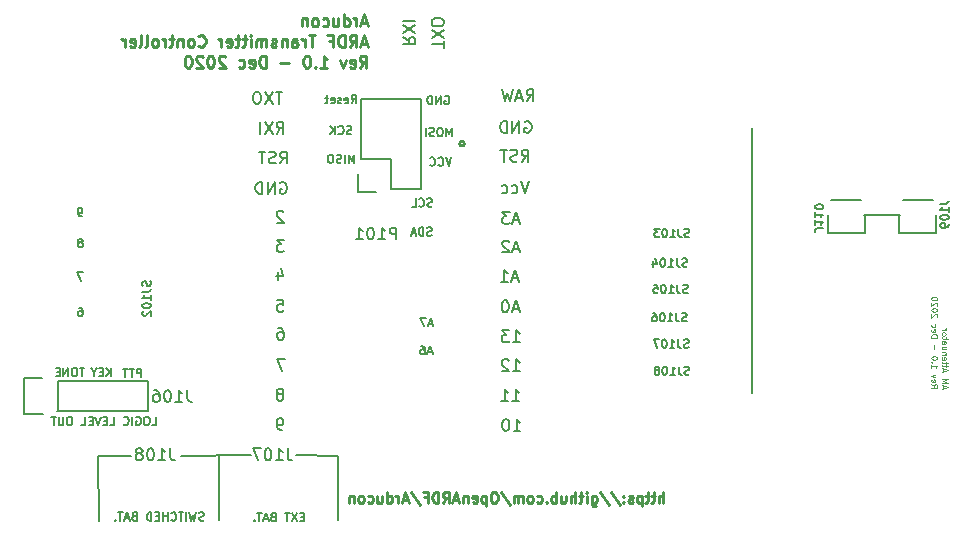
<source format=gbr>
G04 #@! TF.GenerationSoftware,KiCad,Pcbnew,(5.1.8-0-10_14)*
G04 #@! TF.CreationDate,2020-12-09T10:57:28-05:00*
G04 #@! TF.ProjectId,Arducon,41726475-636f-46e2-9e6b-696361645f70,rev?*
G04 #@! TF.SameCoordinates,Original*
G04 #@! TF.FileFunction,Legend,Bot*
G04 #@! TF.FilePolarity,Positive*
%FSLAX46Y46*%
G04 Gerber Fmt 4.6, Leading zero omitted, Abs format (unit mm)*
G04 Created by KiCad (PCBNEW (5.1.8-0-10_14)) date 2020-12-09 10:57:28*
%MOMM*%
%LPD*%
G01*
G04 APERTURE LIST*
%ADD10C,0.150000*%
%ADD11C,0.125000*%
%ADD12C,0.175000*%
%ADD13C,0.225000*%
%ADD14C,0.250000*%
G04 APERTURE END LIST*
D10*
X95575000Y-117541666D02*
X95175000Y-117541666D01*
X95375000Y-118241666D02*
X95375000Y-117541666D01*
X94808333Y-117541666D02*
X94675000Y-117541666D01*
X94608333Y-117575000D01*
X94541666Y-117641666D01*
X94508333Y-117775000D01*
X94508333Y-118008333D01*
X94541666Y-118141666D01*
X94608333Y-118208333D01*
X94675000Y-118241666D01*
X94808333Y-118241666D01*
X94875000Y-118208333D01*
X94941666Y-118141666D01*
X94975000Y-118008333D01*
X94975000Y-117775000D01*
X94941666Y-117641666D01*
X94875000Y-117575000D01*
X94808333Y-117541666D01*
X94208333Y-118241666D02*
X94208333Y-117541666D01*
X93808333Y-118241666D01*
X93808333Y-117541666D01*
X93475000Y-117875000D02*
X93241666Y-117875000D01*
X93141666Y-118241666D02*
X93475000Y-118241666D01*
X93475000Y-117541666D01*
X93141666Y-117541666D01*
X97850000Y-118241666D02*
X97850000Y-117541666D01*
X97450000Y-118241666D02*
X97750000Y-117841666D01*
X97450000Y-117541666D02*
X97850000Y-117941666D01*
X97150000Y-117875000D02*
X96916666Y-117875000D01*
X96816666Y-118241666D02*
X97150000Y-118241666D01*
X97150000Y-117541666D01*
X96816666Y-117541666D01*
X96383333Y-117908333D02*
X96383333Y-118241666D01*
X96616666Y-117541666D02*
X96383333Y-117908333D01*
X96150000Y-117541666D01*
X100391666Y-118291666D02*
X100391666Y-117591666D01*
X100125000Y-117591666D01*
X100058333Y-117625000D01*
X100025000Y-117658333D01*
X99991666Y-117725000D01*
X99991666Y-117825000D01*
X100025000Y-117891666D01*
X100058333Y-117925000D01*
X100125000Y-117958333D01*
X100391666Y-117958333D01*
X99791666Y-117591666D02*
X99391666Y-117591666D01*
X99591666Y-118291666D02*
X99591666Y-117591666D01*
X99258333Y-117591666D02*
X98858333Y-117591666D01*
X99058333Y-118291666D02*
X99058333Y-117591666D01*
X152125000Y-97225000D02*
X152125000Y-119675000D01*
D11*
X168304166Y-119248511D02*
X168304166Y-119010416D01*
X168161309Y-119296130D02*
X168661309Y-119129464D01*
X168161309Y-118962797D01*
X168161309Y-118796130D02*
X168661309Y-118796130D01*
X168304166Y-118629464D01*
X168661309Y-118462797D01*
X168161309Y-118462797D01*
X168304166Y-117867559D02*
X168304166Y-117629464D01*
X168161309Y-117915178D02*
X168661309Y-117748511D01*
X168161309Y-117581845D01*
X168494642Y-117486607D02*
X168494642Y-117296130D01*
X168661309Y-117415178D02*
X168232738Y-117415178D01*
X168185119Y-117391369D01*
X168161309Y-117343750D01*
X168161309Y-117296130D01*
X168494642Y-117200892D02*
X168494642Y-117010416D01*
X168661309Y-117129464D02*
X168232738Y-117129464D01*
X168185119Y-117105654D01*
X168161309Y-117058035D01*
X168161309Y-117010416D01*
X168185119Y-116653273D02*
X168161309Y-116700892D01*
X168161309Y-116796130D01*
X168185119Y-116843750D01*
X168232738Y-116867559D01*
X168423214Y-116867559D01*
X168470833Y-116843750D01*
X168494642Y-116796130D01*
X168494642Y-116700892D01*
X168470833Y-116653273D01*
X168423214Y-116629464D01*
X168375595Y-116629464D01*
X168327976Y-116867559D01*
X168494642Y-116415178D02*
X168161309Y-116415178D01*
X168447023Y-116415178D02*
X168470833Y-116391369D01*
X168494642Y-116343750D01*
X168494642Y-116272321D01*
X168470833Y-116224702D01*
X168423214Y-116200892D01*
X168161309Y-116200892D01*
X168494642Y-115748511D02*
X168161309Y-115748511D01*
X168494642Y-115962797D02*
X168232738Y-115962797D01*
X168185119Y-115938988D01*
X168161309Y-115891369D01*
X168161309Y-115819940D01*
X168185119Y-115772321D01*
X168208928Y-115748511D01*
X168161309Y-115296130D02*
X168423214Y-115296130D01*
X168470833Y-115319940D01*
X168494642Y-115367559D01*
X168494642Y-115462797D01*
X168470833Y-115510416D01*
X168185119Y-115296130D02*
X168161309Y-115343750D01*
X168161309Y-115462797D01*
X168185119Y-115510416D01*
X168232738Y-115534226D01*
X168280357Y-115534226D01*
X168327976Y-115510416D01*
X168351785Y-115462797D01*
X168351785Y-115343750D01*
X168375595Y-115296130D01*
X168494642Y-115129464D02*
X168494642Y-114938988D01*
X168661309Y-115058035D02*
X168232738Y-115058035D01*
X168185119Y-115034226D01*
X168161309Y-114986607D01*
X168161309Y-114938988D01*
X168161309Y-114700892D02*
X168185119Y-114748511D01*
X168208928Y-114772321D01*
X168256547Y-114796130D01*
X168399404Y-114796130D01*
X168447023Y-114772321D01*
X168470833Y-114748511D01*
X168494642Y-114700892D01*
X168494642Y-114629464D01*
X168470833Y-114581845D01*
X168447023Y-114558035D01*
X168399404Y-114534226D01*
X168256547Y-114534226D01*
X168208928Y-114558035D01*
X168185119Y-114581845D01*
X168161309Y-114629464D01*
X168161309Y-114700892D01*
X168161309Y-114319940D02*
X168494642Y-114319940D01*
X168399404Y-114319940D02*
X168447023Y-114296130D01*
X168470833Y-114272321D01*
X168494642Y-114224702D01*
X168494642Y-114177083D01*
X167286309Y-118938988D02*
X167524404Y-119105654D01*
X167286309Y-119224702D02*
X167786309Y-119224702D01*
X167786309Y-119034226D01*
X167762500Y-118986607D01*
X167738690Y-118962797D01*
X167691071Y-118938988D01*
X167619642Y-118938988D01*
X167572023Y-118962797D01*
X167548214Y-118986607D01*
X167524404Y-119034226D01*
X167524404Y-119224702D01*
X167310119Y-118534226D02*
X167286309Y-118581845D01*
X167286309Y-118677083D01*
X167310119Y-118724702D01*
X167357738Y-118748511D01*
X167548214Y-118748511D01*
X167595833Y-118724702D01*
X167619642Y-118677083D01*
X167619642Y-118581845D01*
X167595833Y-118534226D01*
X167548214Y-118510416D01*
X167500595Y-118510416D01*
X167452976Y-118748511D01*
X167619642Y-118343750D02*
X167286309Y-118224702D01*
X167619642Y-118105654D01*
X167286309Y-117272321D02*
X167286309Y-117558035D01*
X167286309Y-117415178D02*
X167786309Y-117415178D01*
X167714880Y-117462797D01*
X167667261Y-117510416D01*
X167643452Y-117558035D01*
X167333928Y-117058035D02*
X167310119Y-117034226D01*
X167286309Y-117058035D01*
X167310119Y-117081845D01*
X167333928Y-117058035D01*
X167286309Y-117058035D01*
X167786309Y-116724702D02*
X167786309Y-116677083D01*
X167762500Y-116629464D01*
X167738690Y-116605654D01*
X167691071Y-116581845D01*
X167595833Y-116558035D01*
X167476785Y-116558035D01*
X167381547Y-116581845D01*
X167333928Y-116605654D01*
X167310119Y-116629464D01*
X167286309Y-116677083D01*
X167286309Y-116724702D01*
X167310119Y-116772321D01*
X167333928Y-116796130D01*
X167381547Y-116819940D01*
X167476785Y-116843750D01*
X167595833Y-116843750D01*
X167691071Y-116819940D01*
X167738690Y-116796130D01*
X167762500Y-116772321D01*
X167786309Y-116724702D01*
X167476785Y-115962797D02*
X167476785Y-115581845D01*
X167286309Y-114962797D02*
X167786309Y-114962797D01*
X167786309Y-114843750D01*
X167762500Y-114772321D01*
X167714880Y-114724702D01*
X167667261Y-114700892D01*
X167572023Y-114677083D01*
X167500595Y-114677083D01*
X167405357Y-114700892D01*
X167357738Y-114724702D01*
X167310119Y-114772321D01*
X167286309Y-114843750D01*
X167286309Y-114962797D01*
X167310119Y-114272321D02*
X167286309Y-114319940D01*
X167286309Y-114415178D01*
X167310119Y-114462797D01*
X167357738Y-114486607D01*
X167548214Y-114486607D01*
X167595833Y-114462797D01*
X167619642Y-114415178D01*
X167619642Y-114319940D01*
X167595833Y-114272321D01*
X167548214Y-114248511D01*
X167500595Y-114248511D01*
X167452976Y-114486607D01*
X167310119Y-113819940D02*
X167286309Y-113867559D01*
X167286309Y-113962797D01*
X167310119Y-114010416D01*
X167333928Y-114034226D01*
X167381547Y-114058035D01*
X167524404Y-114058035D01*
X167572023Y-114034226D01*
X167595833Y-114010416D01*
X167619642Y-113962797D01*
X167619642Y-113867559D01*
X167595833Y-113819940D01*
X167738690Y-113248511D02*
X167762500Y-113224702D01*
X167786309Y-113177083D01*
X167786309Y-113058035D01*
X167762500Y-113010416D01*
X167738690Y-112986607D01*
X167691071Y-112962797D01*
X167643452Y-112962797D01*
X167572023Y-112986607D01*
X167286309Y-113272321D01*
X167286309Y-112962797D01*
X167786309Y-112653273D02*
X167786309Y-112605654D01*
X167762500Y-112558035D01*
X167738690Y-112534226D01*
X167691071Y-112510416D01*
X167595833Y-112486607D01*
X167476785Y-112486607D01*
X167381547Y-112510416D01*
X167333928Y-112534226D01*
X167310119Y-112558035D01*
X167286309Y-112605654D01*
X167286309Y-112653273D01*
X167310119Y-112700892D01*
X167333928Y-112724702D01*
X167381547Y-112748511D01*
X167476785Y-112772321D01*
X167595833Y-112772321D01*
X167691071Y-112748511D01*
X167738690Y-112724702D01*
X167762500Y-112700892D01*
X167786309Y-112653273D01*
X167738690Y-112296130D02*
X167762500Y-112272321D01*
X167786309Y-112224702D01*
X167786309Y-112105654D01*
X167762500Y-112058035D01*
X167738690Y-112034226D01*
X167691071Y-112010416D01*
X167643452Y-112010416D01*
X167572023Y-112034226D01*
X167286309Y-112319940D01*
X167286309Y-112010416D01*
X167786309Y-111700892D02*
X167786309Y-111653273D01*
X167762500Y-111605654D01*
X167738690Y-111581845D01*
X167691071Y-111558035D01*
X167595833Y-111534226D01*
X167476785Y-111534226D01*
X167381547Y-111558035D01*
X167333928Y-111581845D01*
X167310119Y-111605654D01*
X167286309Y-111653273D01*
X167286309Y-111700892D01*
X167310119Y-111748511D01*
X167333928Y-111772321D01*
X167381547Y-111796130D01*
X167476785Y-111819940D01*
X167595833Y-111819940D01*
X167691071Y-111796130D01*
X167738690Y-111772321D01*
X167762500Y-111748511D01*
X167786309Y-111700892D01*
D10*
X117075000Y-124975000D02*
X113475000Y-124950000D01*
X103800000Y-124975000D02*
X109700000Y-124950000D01*
X96750000Y-124975000D02*
X99550000Y-124975000D01*
X117050000Y-130450000D02*
X117075000Y-124975000D01*
X106975000Y-130450000D02*
X106975000Y-124975000D01*
X96750000Y-124975000D02*
X96775000Y-130475000D01*
D12*
X114150000Y-130150000D02*
X113916666Y-130150000D01*
X113816666Y-130516666D02*
X114150000Y-130516666D01*
X114150000Y-129816666D01*
X113816666Y-129816666D01*
X113583333Y-129816666D02*
X113116666Y-130516666D01*
X113116666Y-129816666D02*
X113583333Y-130516666D01*
X112950000Y-129816666D02*
X112550000Y-129816666D01*
X112750000Y-130516666D02*
X112750000Y-129816666D01*
X111550000Y-130150000D02*
X111450000Y-130183333D01*
X111416666Y-130216666D01*
X111383333Y-130283333D01*
X111383333Y-130383333D01*
X111416666Y-130450000D01*
X111450000Y-130483333D01*
X111516666Y-130516666D01*
X111783333Y-130516666D01*
X111783333Y-129816666D01*
X111550000Y-129816666D01*
X111483333Y-129850000D01*
X111450000Y-129883333D01*
X111416666Y-129950000D01*
X111416666Y-130016666D01*
X111450000Y-130083333D01*
X111483333Y-130116666D01*
X111550000Y-130150000D01*
X111783333Y-130150000D01*
X111116666Y-130316666D02*
X110783333Y-130316666D01*
X111183333Y-130516666D02*
X110950000Y-129816666D01*
X110716666Y-130516666D01*
X110583333Y-129816666D02*
X110183333Y-129816666D01*
X110383333Y-130516666D02*
X110383333Y-129816666D01*
X109950000Y-130450000D02*
X109916666Y-130483333D01*
X109950000Y-130516666D01*
X109983333Y-130483333D01*
X109950000Y-130450000D01*
X109950000Y-130516666D01*
X105691666Y-130433333D02*
X105591666Y-130466666D01*
X105425000Y-130466666D01*
X105358333Y-130433333D01*
X105325000Y-130400000D01*
X105291666Y-130333333D01*
X105291666Y-130266666D01*
X105325000Y-130200000D01*
X105358333Y-130166666D01*
X105425000Y-130133333D01*
X105558333Y-130100000D01*
X105625000Y-130066666D01*
X105658333Y-130033333D01*
X105691666Y-129966666D01*
X105691666Y-129900000D01*
X105658333Y-129833333D01*
X105625000Y-129800000D01*
X105558333Y-129766666D01*
X105391666Y-129766666D01*
X105291666Y-129800000D01*
X105058333Y-129766666D02*
X104891666Y-130466666D01*
X104758333Y-129966666D01*
X104625000Y-130466666D01*
X104458333Y-129766666D01*
X104191666Y-130466666D02*
X104191666Y-129766666D01*
X103958333Y-129766666D02*
X103558333Y-129766666D01*
X103758333Y-130466666D02*
X103758333Y-129766666D01*
X102925000Y-130400000D02*
X102958333Y-130433333D01*
X103058333Y-130466666D01*
X103125000Y-130466666D01*
X103225000Y-130433333D01*
X103291666Y-130366666D01*
X103325000Y-130300000D01*
X103358333Y-130166666D01*
X103358333Y-130066666D01*
X103325000Y-129933333D01*
X103291666Y-129866666D01*
X103225000Y-129800000D01*
X103125000Y-129766666D01*
X103058333Y-129766666D01*
X102958333Y-129800000D01*
X102925000Y-129833333D01*
X102625000Y-130466666D02*
X102625000Y-129766666D01*
X102625000Y-130100000D02*
X102225000Y-130100000D01*
X102225000Y-130466666D02*
X102225000Y-129766666D01*
X101891666Y-130100000D02*
X101658333Y-130100000D01*
X101558333Y-130466666D02*
X101891666Y-130466666D01*
X101891666Y-129766666D01*
X101558333Y-129766666D01*
X101258333Y-130466666D02*
X101258333Y-129766666D01*
X101091666Y-129766666D01*
X100991666Y-129800000D01*
X100925000Y-129866666D01*
X100891666Y-129933333D01*
X100858333Y-130066666D01*
X100858333Y-130166666D01*
X100891666Y-130300000D01*
X100925000Y-130366666D01*
X100991666Y-130433333D01*
X101091666Y-130466666D01*
X101258333Y-130466666D01*
X99791666Y-130100000D02*
X99691666Y-130133333D01*
X99658333Y-130166666D01*
X99625000Y-130233333D01*
X99625000Y-130333333D01*
X99658333Y-130400000D01*
X99691666Y-130433333D01*
X99758333Y-130466666D01*
X100025000Y-130466666D01*
X100025000Y-129766666D01*
X99791666Y-129766666D01*
X99725000Y-129800000D01*
X99691666Y-129833333D01*
X99658333Y-129900000D01*
X99658333Y-129966666D01*
X99691666Y-130033333D01*
X99725000Y-130066666D01*
X99791666Y-130100000D01*
X100025000Y-130100000D01*
X99358333Y-130266666D02*
X99025000Y-130266666D01*
X99425000Y-130466666D02*
X99191666Y-129766666D01*
X98958333Y-130466666D01*
X98825000Y-129766666D02*
X98425000Y-129766666D01*
X98625000Y-130466666D02*
X98625000Y-129766666D01*
X98191666Y-130400000D02*
X98158333Y-130433333D01*
X98191666Y-130466666D01*
X98225000Y-130433333D01*
X98191666Y-130400000D01*
X98191666Y-130466666D01*
X101300000Y-122366666D02*
X101633333Y-122366666D01*
X101633333Y-121666666D01*
X100933333Y-121666666D02*
X100800000Y-121666666D01*
X100733333Y-121700000D01*
X100666666Y-121766666D01*
X100633333Y-121900000D01*
X100633333Y-122133333D01*
X100666666Y-122266666D01*
X100733333Y-122333333D01*
X100800000Y-122366666D01*
X100933333Y-122366666D01*
X101000000Y-122333333D01*
X101066666Y-122266666D01*
X101100000Y-122133333D01*
X101100000Y-121900000D01*
X101066666Y-121766666D01*
X101000000Y-121700000D01*
X100933333Y-121666666D01*
X99966666Y-121700000D02*
X100033333Y-121666666D01*
X100133333Y-121666666D01*
X100233333Y-121700000D01*
X100300000Y-121766666D01*
X100333333Y-121833333D01*
X100366666Y-121966666D01*
X100366666Y-122066666D01*
X100333333Y-122200000D01*
X100300000Y-122266666D01*
X100233333Y-122333333D01*
X100133333Y-122366666D01*
X100066666Y-122366666D01*
X99966666Y-122333333D01*
X99933333Y-122300000D01*
X99933333Y-122066666D01*
X100066666Y-122066666D01*
X99633333Y-122366666D02*
X99633333Y-121666666D01*
X98900000Y-122300000D02*
X98933333Y-122333333D01*
X99033333Y-122366666D01*
X99100000Y-122366666D01*
X99200000Y-122333333D01*
X99266666Y-122266666D01*
X99300000Y-122200000D01*
X99333333Y-122066666D01*
X99333333Y-121966666D01*
X99300000Y-121833333D01*
X99266666Y-121766666D01*
X99200000Y-121700000D01*
X99100000Y-121666666D01*
X99033333Y-121666666D01*
X98933333Y-121700000D01*
X98900000Y-121733333D01*
X97733333Y-122366666D02*
X98066666Y-122366666D01*
X98066666Y-121666666D01*
X97500000Y-122000000D02*
X97266666Y-122000000D01*
X97166666Y-122366666D02*
X97500000Y-122366666D01*
X97500000Y-121666666D01*
X97166666Y-121666666D01*
X96966666Y-121666666D02*
X96733333Y-122366666D01*
X96500000Y-121666666D01*
X96266666Y-122000000D02*
X96033333Y-122000000D01*
X95933333Y-122366666D02*
X96266666Y-122366666D01*
X96266666Y-121666666D01*
X95933333Y-121666666D01*
X95300000Y-122366666D02*
X95633333Y-122366666D01*
X95633333Y-121666666D01*
X94400000Y-121666666D02*
X94266666Y-121666666D01*
X94200000Y-121700000D01*
X94133333Y-121766666D01*
X94100000Y-121900000D01*
X94100000Y-122133333D01*
X94133333Y-122266666D01*
X94200000Y-122333333D01*
X94266666Y-122366666D01*
X94400000Y-122366666D01*
X94466666Y-122333333D01*
X94533333Y-122266666D01*
X94566666Y-122133333D01*
X94566666Y-121900000D01*
X94533333Y-121766666D01*
X94466666Y-121700000D01*
X94400000Y-121666666D01*
X93800000Y-121666666D02*
X93800000Y-122233333D01*
X93766666Y-122300000D01*
X93733333Y-122333333D01*
X93666666Y-122366666D01*
X93533333Y-122366666D01*
X93466666Y-122333333D01*
X93433333Y-122300000D01*
X93400000Y-122233333D01*
X93400000Y-121666666D01*
X93166666Y-121666666D02*
X92766666Y-121666666D01*
X92966666Y-122366666D02*
X92966666Y-121666666D01*
X126643333Y-99716666D02*
X126410000Y-100416666D01*
X126176666Y-99716666D01*
X125543333Y-100350000D02*
X125576666Y-100383333D01*
X125676666Y-100416666D01*
X125743333Y-100416666D01*
X125843333Y-100383333D01*
X125910000Y-100316666D01*
X125943333Y-100250000D01*
X125976666Y-100116666D01*
X125976666Y-100016666D01*
X125943333Y-99883333D01*
X125910000Y-99816666D01*
X125843333Y-99750000D01*
X125743333Y-99716666D01*
X125676666Y-99716666D01*
X125576666Y-99750000D01*
X125543333Y-99783333D01*
X124843333Y-100350000D02*
X124876666Y-100383333D01*
X124976666Y-100416666D01*
X125043333Y-100416666D01*
X125143333Y-100383333D01*
X125210000Y-100316666D01*
X125243333Y-100250000D01*
X125276666Y-100116666D01*
X125276666Y-100016666D01*
X125243333Y-99883333D01*
X125210000Y-99816666D01*
X125143333Y-99750000D01*
X125043333Y-99716666D01*
X124976666Y-99716666D01*
X124876666Y-99750000D01*
X124843333Y-99783333D01*
X126690000Y-97906666D02*
X126690000Y-97206666D01*
X126456666Y-97706666D01*
X126223333Y-97206666D01*
X126223333Y-97906666D01*
X125756666Y-97206666D02*
X125623333Y-97206666D01*
X125556666Y-97240000D01*
X125490000Y-97306666D01*
X125456666Y-97440000D01*
X125456666Y-97673333D01*
X125490000Y-97806666D01*
X125556666Y-97873333D01*
X125623333Y-97906666D01*
X125756666Y-97906666D01*
X125823333Y-97873333D01*
X125890000Y-97806666D01*
X125923333Y-97673333D01*
X125923333Y-97440000D01*
X125890000Y-97306666D01*
X125823333Y-97240000D01*
X125756666Y-97206666D01*
X125190000Y-97873333D02*
X125090000Y-97906666D01*
X124923333Y-97906666D01*
X124856666Y-97873333D01*
X124823333Y-97840000D01*
X124790000Y-97773333D01*
X124790000Y-97706666D01*
X124823333Y-97640000D01*
X124856666Y-97606666D01*
X124923333Y-97573333D01*
X125056666Y-97540000D01*
X125123333Y-97506666D01*
X125156666Y-97473333D01*
X125190000Y-97406666D01*
X125190000Y-97340000D01*
X125156666Y-97273333D01*
X125123333Y-97240000D01*
X125056666Y-97206666D01*
X124890000Y-97206666D01*
X124790000Y-97240000D01*
X124490000Y-97906666D02*
X124490000Y-97206666D01*
X126083333Y-94540000D02*
X126150000Y-94506666D01*
X126250000Y-94506666D01*
X126350000Y-94540000D01*
X126416666Y-94606666D01*
X126450000Y-94673333D01*
X126483333Y-94806666D01*
X126483333Y-94906666D01*
X126450000Y-95040000D01*
X126416666Y-95106666D01*
X126350000Y-95173333D01*
X126250000Y-95206666D01*
X126183333Y-95206666D01*
X126083333Y-95173333D01*
X126050000Y-95140000D01*
X126050000Y-94906666D01*
X126183333Y-94906666D01*
X125750000Y-95206666D02*
X125750000Y-94506666D01*
X125350000Y-95206666D01*
X125350000Y-94506666D01*
X125016666Y-95206666D02*
X125016666Y-94506666D01*
X124850000Y-94506666D01*
X124750000Y-94540000D01*
X124683333Y-94606666D01*
X124650000Y-94673333D01*
X124616666Y-94806666D01*
X124616666Y-94906666D01*
X124650000Y-95040000D01*
X124683333Y-95106666D01*
X124750000Y-95173333D01*
X124850000Y-95206666D01*
X125016666Y-95206666D01*
X118430000Y-100176666D02*
X118430000Y-99476666D01*
X118196666Y-99976666D01*
X117963333Y-99476666D01*
X117963333Y-100176666D01*
X117630000Y-100176666D02*
X117630000Y-99476666D01*
X117330000Y-100143333D02*
X117230000Y-100176666D01*
X117063333Y-100176666D01*
X116996666Y-100143333D01*
X116963333Y-100110000D01*
X116930000Y-100043333D01*
X116930000Y-99976666D01*
X116963333Y-99910000D01*
X116996666Y-99876666D01*
X117063333Y-99843333D01*
X117196666Y-99810000D01*
X117263333Y-99776666D01*
X117296666Y-99743333D01*
X117330000Y-99676666D01*
X117330000Y-99610000D01*
X117296666Y-99543333D01*
X117263333Y-99510000D01*
X117196666Y-99476666D01*
X117030000Y-99476666D01*
X116930000Y-99510000D01*
X116496666Y-99476666D02*
X116363333Y-99476666D01*
X116296666Y-99510000D01*
X116230000Y-99576666D01*
X116196666Y-99710000D01*
X116196666Y-99943333D01*
X116230000Y-100076666D01*
X116296666Y-100143333D01*
X116363333Y-100176666D01*
X116496666Y-100176666D01*
X116563333Y-100143333D01*
X116630000Y-100076666D01*
X116663333Y-99943333D01*
X116663333Y-99710000D01*
X116630000Y-99576666D01*
X116563333Y-99510000D01*
X116496666Y-99476666D01*
X118190000Y-97723333D02*
X118090000Y-97756666D01*
X117923333Y-97756666D01*
X117856666Y-97723333D01*
X117823333Y-97690000D01*
X117790000Y-97623333D01*
X117790000Y-97556666D01*
X117823333Y-97490000D01*
X117856666Y-97456666D01*
X117923333Y-97423333D01*
X118056666Y-97390000D01*
X118123333Y-97356666D01*
X118156666Y-97323333D01*
X118190000Y-97256666D01*
X118190000Y-97190000D01*
X118156666Y-97123333D01*
X118123333Y-97090000D01*
X118056666Y-97056666D01*
X117890000Y-97056666D01*
X117790000Y-97090000D01*
X117090000Y-97690000D02*
X117123333Y-97723333D01*
X117223333Y-97756666D01*
X117290000Y-97756666D01*
X117390000Y-97723333D01*
X117456666Y-97656666D01*
X117490000Y-97590000D01*
X117523333Y-97456666D01*
X117523333Y-97356666D01*
X117490000Y-97223333D01*
X117456666Y-97156666D01*
X117390000Y-97090000D01*
X117290000Y-97056666D01*
X117223333Y-97056666D01*
X117123333Y-97090000D01*
X117090000Y-97123333D01*
X116790000Y-97756666D02*
X116790000Y-97056666D01*
X116390000Y-97756666D02*
X116690000Y-97356666D01*
X116390000Y-97056666D02*
X116790000Y-97456666D01*
X118196666Y-95126666D02*
X118430000Y-94793333D01*
X118596666Y-95126666D02*
X118596666Y-94426666D01*
X118330000Y-94426666D01*
X118263333Y-94460000D01*
X118230000Y-94493333D01*
X118196666Y-94560000D01*
X118196666Y-94660000D01*
X118230000Y-94726666D01*
X118263333Y-94760000D01*
X118330000Y-94793333D01*
X118596666Y-94793333D01*
X117630000Y-95093333D02*
X117696666Y-95126666D01*
X117830000Y-95126666D01*
X117896666Y-95093333D01*
X117930000Y-95026666D01*
X117930000Y-94760000D01*
X117896666Y-94693333D01*
X117830000Y-94660000D01*
X117696666Y-94660000D01*
X117630000Y-94693333D01*
X117596666Y-94760000D01*
X117596666Y-94826666D01*
X117930000Y-94893333D01*
X117330000Y-95093333D02*
X117263333Y-95126666D01*
X117130000Y-95126666D01*
X117063333Y-95093333D01*
X117030000Y-95026666D01*
X117030000Y-94993333D01*
X117063333Y-94926666D01*
X117130000Y-94893333D01*
X117230000Y-94893333D01*
X117296666Y-94860000D01*
X117330000Y-94793333D01*
X117330000Y-94760000D01*
X117296666Y-94693333D01*
X117230000Y-94660000D01*
X117130000Y-94660000D01*
X117063333Y-94693333D01*
X116463333Y-95093333D02*
X116530000Y-95126666D01*
X116663333Y-95126666D01*
X116730000Y-95093333D01*
X116763333Y-95026666D01*
X116763333Y-94760000D01*
X116730000Y-94693333D01*
X116663333Y-94660000D01*
X116530000Y-94660000D01*
X116463333Y-94693333D01*
X116430000Y-94760000D01*
X116430000Y-94826666D01*
X116763333Y-94893333D01*
X116230000Y-94660000D02*
X115963333Y-94660000D01*
X116130000Y-94426666D02*
X116130000Y-95026666D01*
X116096666Y-95093333D01*
X116030000Y-95126666D01*
X115963333Y-95126666D01*
D13*
X144607142Y-128957142D02*
X144607142Y-128057142D01*
X144221428Y-128957142D02*
X144221428Y-128485714D01*
X144264285Y-128400000D01*
X144350000Y-128357142D01*
X144478571Y-128357142D01*
X144564285Y-128400000D01*
X144607142Y-128442857D01*
X143921428Y-128357142D02*
X143578571Y-128357142D01*
X143792857Y-128057142D02*
X143792857Y-128828571D01*
X143750000Y-128914285D01*
X143664285Y-128957142D01*
X143578571Y-128957142D01*
X143407142Y-128357142D02*
X143064285Y-128357142D01*
X143278571Y-128057142D02*
X143278571Y-128828571D01*
X143235714Y-128914285D01*
X143150000Y-128957142D01*
X143064285Y-128957142D01*
X142764285Y-128357142D02*
X142764285Y-129257142D01*
X142764285Y-128400000D02*
X142678571Y-128357142D01*
X142507142Y-128357142D01*
X142421428Y-128400000D01*
X142378571Y-128442857D01*
X142335714Y-128528571D01*
X142335714Y-128785714D01*
X142378571Y-128871428D01*
X142421428Y-128914285D01*
X142507142Y-128957142D01*
X142678571Y-128957142D01*
X142764285Y-128914285D01*
X141992857Y-128914285D02*
X141907142Y-128957142D01*
X141735714Y-128957142D01*
X141650000Y-128914285D01*
X141607142Y-128828571D01*
X141607142Y-128785714D01*
X141650000Y-128700000D01*
X141735714Y-128657142D01*
X141864285Y-128657142D01*
X141950000Y-128614285D01*
X141992857Y-128528571D01*
X141992857Y-128485714D01*
X141950000Y-128400000D01*
X141864285Y-128357142D01*
X141735714Y-128357142D01*
X141650000Y-128400000D01*
X141221428Y-128871428D02*
X141178571Y-128914285D01*
X141221428Y-128957142D01*
X141264285Y-128914285D01*
X141221428Y-128871428D01*
X141221428Y-128957142D01*
X141221428Y-128400000D02*
X141178571Y-128442857D01*
X141221428Y-128485714D01*
X141264285Y-128442857D01*
X141221428Y-128400000D01*
X141221428Y-128485714D01*
X140150000Y-128014285D02*
X140921428Y-129171428D01*
X139207142Y-128014285D02*
X139978571Y-129171428D01*
X138521428Y-128357142D02*
X138521428Y-129085714D01*
X138564285Y-129171428D01*
X138607142Y-129214285D01*
X138692857Y-129257142D01*
X138821428Y-129257142D01*
X138907142Y-129214285D01*
X138521428Y-128914285D02*
X138607142Y-128957142D01*
X138778571Y-128957142D01*
X138864285Y-128914285D01*
X138907142Y-128871428D01*
X138950000Y-128785714D01*
X138950000Y-128528571D01*
X138907142Y-128442857D01*
X138864285Y-128400000D01*
X138778571Y-128357142D01*
X138607142Y-128357142D01*
X138521428Y-128400000D01*
X138092857Y-128957142D02*
X138092857Y-128357142D01*
X138092857Y-128057142D02*
X138135714Y-128100000D01*
X138092857Y-128142857D01*
X138050000Y-128100000D01*
X138092857Y-128057142D01*
X138092857Y-128142857D01*
X137792857Y-128357142D02*
X137450000Y-128357142D01*
X137664285Y-128057142D02*
X137664285Y-128828571D01*
X137621428Y-128914285D01*
X137535714Y-128957142D01*
X137450000Y-128957142D01*
X137150000Y-128957142D02*
X137150000Y-128057142D01*
X136764285Y-128957142D02*
X136764285Y-128485714D01*
X136807142Y-128400000D01*
X136892857Y-128357142D01*
X137021428Y-128357142D01*
X137107142Y-128400000D01*
X137150000Y-128442857D01*
X135950000Y-128357142D02*
X135950000Y-128957142D01*
X136335714Y-128357142D02*
X136335714Y-128828571D01*
X136292857Y-128914285D01*
X136207142Y-128957142D01*
X136078571Y-128957142D01*
X135992857Y-128914285D01*
X135950000Y-128871428D01*
X135521428Y-128957142D02*
X135521428Y-128057142D01*
X135521428Y-128400000D02*
X135435714Y-128357142D01*
X135264285Y-128357142D01*
X135178571Y-128400000D01*
X135135714Y-128442857D01*
X135092857Y-128528571D01*
X135092857Y-128785714D01*
X135135714Y-128871428D01*
X135178571Y-128914285D01*
X135264285Y-128957142D01*
X135435714Y-128957142D01*
X135521428Y-128914285D01*
X134707142Y-128871428D02*
X134664285Y-128914285D01*
X134707142Y-128957142D01*
X134750000Y-128914285D01*
X134707142Y-128871428D01*
X134707142Y-128957142D01*
X133892857Y-128914285D02*
X133978571Y-128957142D01*
X134150000Y-128957142D01*
X134235714Y-128914285D01*
X134278571Y-128871428D01*
X134321428Y-128785714D01*
X134321428Y-128528571D01*
X134278571Y-128442857D01*
X134235714Y-128400000D01*
X134150000Y-128357142D01*
X133978571Y-128357142D01*
X133892857Y-128400000D01*
X133378571Y-128957142D02*
X133464285Y-128914285D01*
X133507142Y-128871428D01*
X133550000Y-128785714D01*
X133550000Y-128528571D01*
X133507142Y-128442857D01*
X133464285Y-128400000D01*
X133378571Y-128357142D01*
X133250000Y-128357142D01*
X133164285Y-128400000D01*
X133121428Y-128442857D01*
X133078571Y-128528571D01*
X133078571Y-128785714D01*
X133121428Y-128871428D01*
X133164285Y-128914285D01*
X133250000Y-128957142D01*
X133378571Y-128957142D01*
X132692857Y-128957142D02*
X132692857Y-128357142D01*
X132692857Y-128442857D02*
X132650000Y-128400000D01*
X132564285Y-128357142D01*
X132435714Y-128357142D01*
X132350000Y-128400000D01*
X132307142Y-128485714D01*
X132307142Y-128957142D01*
X132307142Y-128485714D02*
X132264285Y-128400000D01*
X132178571Y-128357142D01*
X132050000Y-128357142D01*
X131964285Y-128400000D01*
X131921428Y-128485714D01*
X131921428Y-128957142D01*
X130850000Y-128014285D02*
X131621428Y-129171428D01*
X130378571Y-128057142D02*
X130207142Y-128057142D01*
X130121428Y-128100000D01*
X130035714Y-128185714D01*
X129992857Y-128357142D01*
X129992857Y-128657142D01*
X130035714Y-128828571D01*
X130121428Y-128914285D01*
X130207142Y-128957142D01*
X130378571Y-128957142D01*
X130464285Y-128914285D01*
X130550000Y-128828571D01*
X130592857Y-128657142D01*
X130592857Y-128357142D01*
X130550000Y-128185714D01*
X130464285Y-128100000D01*
X130378571Y-128057142D01*
X129607142Y-128357142D02*
X129607142Y-129257142D01*
X129607142Y-128400000D02*
X129521428Y-128357142D01*
X129350000Y-128357142D01*
X129264285Y-128400000D01*
X129221428Y-128442857D01*
X129178571Y-128528571D01*
X129178571Y-128785714D01*
X129221428Y-128871428D01*
X129264285Y-128914285D01*
X129350000Y-128957142D01*
X129521428Y-128957142D01*
X129607142Y-128914285D01*
X128450000Y-128914285D02*
X128535714Y-128957142D01*
X128707142Y-128957142D01*
X128792857Y-128914285D01*
X128835714Y-128828571D01*
X128835714Y-128485714D01*
X128792857Y-128400000D01*
X128707142Y-128357142D01*
X128535714Y-128357142D01*
X128450000Y-128400000D01*
X128407142Y-128485714D01*
X128407142Y-128571428D01*
X128835714Y-128657142D01*
X128021428Y-128357142D02*
X128021428Y-128957142D01*
X128021428Y-128442857D02*
X127978571Y-128400000D01*
X127892857Y-128357142D01*
X127764285Y-128357142D01*
X127678571Y-128400000D01*
X127635714Y-128485714D01*
X127635714Y-128957142D01*
X127250000Y-128700000D02*
X126821428Y-128700000D01*
X127335714Y-128957142D02*
X127035714Y-128057142D01*
X126735714Y-128957142D01*
X125921428Y-128957142D02*
X126221428Y-128528571D01*
X126435714Y-128957142D02*
X126435714Y-128057142D01*
X126092857Y-128057142D01*
X126007142Y-128100000D01*
X125964285Y-128142857D01*
X125921428Y-128228571D01*
X125921428Y-128357142D01*
X125964285Y-128442857D01*
X126007142Y-128485714D01*
X126092857Y-128528571D01*
X126435714Y-128528571D01*
X125535714Y-128957142D02*
X125535714Y-128057142D01*
X125321428Y-128057142D01*
X125192857Y-128100000D01*
X125107142Y-128185714D01*
X125064285Y-128271428D01*
X125021428Y-128442857D01*
X125021428Y-128571428D01*
X125064285Y-128742857D01*
X125107142Y-128828571D01*
X125192857Y-128914285D01*
X125321428Y-128957142D01*
X125535714Y-128957142D01*
X124335714Y-128485714D02*
X124635714Y-128485714D01*
X124635714Y-128957142D02*
X124635714Y-128057142D01*
X124207142Y-128057142D01*
X123221428Y-128014285D02*
X123992857Y-129171428D01*
X122964285Y-128700000D02*
X122535714Y-128700000D01*
X123050000Y-128957142D02*
X122750000Y-128057142D01*
X122450000Y-128957142D01*
X122150000Y-128957142D02*
X122150000Y-128357142D01*
X122150000Y-128528571D02*
X122107142Y-128442857D01*
X122064285Y-128400000D01*
X121978571Y-128357142D01*
X121892857Y-128357142D01*
X121207142Y-128957142D02*
X121207142Y-128057142D01*
X121207142Y-128914285D02*
X121292857Y-128957142D01*
X121464285Y-128957142D01*
X121550000Y-128914285D01*
X121592857Y-128871428D01*
X121635714Y-128785714D01*
X121635714Y-128528571D01*
X121592857Y-128442857D01*
X121550000Y-128400000D01*
X121464285Y-128357142D01*
X121292857Y-128357142D01*
X121207142Y-128400000D01*
X120392857Y-128357142D02*
X120392857Y-128957142D01*
X120778571Y-128357142D02*
X120778571Y-128828571D01*
X120735714Y-128914285D01*
X120650000Y-128957142D01*
X120521428Y-128957142D01*
X120435714Y-128914285D01*
X120392857Y-128871428D01*
X119578571Y-128914285D02*
X119664285Y-128957142D01*
X119835714Y-128957142D01*
X119921428Y-128914285D01*
X119964285Y-128871428D01*
X120007142Y-128785714D01*
X120007142Y-128528571D01*
X119964285Y-128442857D01*
X119921428Y-128400000D01*
X119835714Y-128357142D01*
X119664285Y-128357142D01*
X119578571Y-128400000D01*
X119064285Y-128957142D02*
X119150000Y-128914285D01*
X119192857Y-128871428D01*
X119235714Y-128785714D01*
X119235714Y-128528571D01*
X119192857Y-128442857D01*
X119150000Y-128400000D01*
X119064285Y-128357142D01*
X118935714Y-128357142D01*
X118850000Y-128400000D01*
X118807142Y-128442857D01*
X118764285Y-128528571D01*
X118764285Y-128785714D01*
X118807142Y-128871428D01*
X118850000Y-128914285D01*
X118935714Y-128957142D01*
X119064285Y-128957142D01*
X118378571Y-128357142D02*
X118378571Y-128957142D01*
X118378571Y-128442857D02*
X118335714Y-128400000D01*
X118250000Y-128357142D01*
X118121428Y-128357142D01*
X118035714Y-128400000D01*
X117992857Y-128485714D01*
X117992857Y-128957142D01*
D12*
X95106666Y-112436666D02*
X95240000Y-112436666D01*
X95306666Y-112470000D01*
X95340000Y-112503333D01*
X95406666Y-112603333D01*
X95440000Y-112736666D01*
X95440000Y-113003333D01*
X95406666Y-113070000D01*
X95373333Y-113103333D01*
X95306666Y-113136666D01*
X95173333Y-113136666D01*
X95106666Y-113103333D01*
X95073333Y-113070000D01*
X95040000Y-113003333D01*
X95040000Y-112836666D01*
X95073333Y-112770000D01*
X95106666Y-112736666D01*
X95173333Y-112703333D01*
X95306666Y-112703333D01*
X95373333Y-112736666D01*
X95406666Y-112770000D01*
X95440000Y-112836666D01*
X95443333Y-109436666D02*
X94976666Y-109436666D01*
X95276666Y-110136666D01*
X95306666Y-106916666D02*
X95373333Y-106883333D01*
X95406666Y-106850000D01*
X95440000Y-106783333D01*
X95440000Y-106750000D01*
X95406666Y-106683333D01*
X95373333Y-106650000D01*
X95306666Y-106616666D01*
X95173333Y-106616666D01*
X95106666Y-106650000D01*
X95073333Y-106683333D01*
X95040000Y-106750000D01*
X95040000Y-106783333D01*
X95073333Y-106850000D01*
X95106666Y-106883333D01*
X95173333Y-106916666D01*
X95306666Y-106916666D01*
X95373333Y-106950000D01*
X95406666Y-106983333D01*
X95440000Y-107050000D01*
X95440000Y-107183333D01*
X95406666Y-107250000D01*
X95373333Y-107283333D01*
X95306666Y-107316666D01*
X95173333Y-107316666D01*
X95106666Y-107283333D01*
X95073333Y-107250000D01*
X95040000Y-107183333D01*
X95040000Y-107050000D01*
X95073333Y-106983333D01*
X95106666Y-106950000D01*
X95173333Y-106916666D01*
X95343333Y-104696666D02*
X95210000Y-104696666D01*
X95143333Y-104663333D01*
X95110000Y-104630000D01*
X95043333Y-104530000D01*
X95010000Y-104396666D01*
X95010000Y-104130000D01*
X95043333Y-104063333D01*
X95076666Y-104030000D01*
X95143333Y-103996666D01*
X95276666Y-103996666D01*
X95343333Y-104030000D01*
X95376666Y-104063333D01*
X95410000Y-104130000D01*
X95410000Y-104296666D01*
X95376666Y-104363333D01*
X95343333Y-104396666D01*
X95276666Y-104430000D01*
X95143333Y-104430000D01*
X95076666Y-104396666D01*
X95043333Y-104363333D01*
X95010000Y-104296666D01*
D14*
X119507023Y-88326666D02*
X119030833Y-88326666D01*
X119602261Y-88612380D02*
X119268928Y-87612380D01*
X118935595Y-88612380D01*
X118602261Y-88612380D02*
X118602261Y-87945714D01*
X118602261Y-88136190D02*
X118554642Y-88040952D01*
X118507023Y-87993333D01*
X118411785Y-87945714D01*
X118316547Y-87945714D01*
X117554642Y-88612380D02*
X117554642Y-87612380D01*
X117554642Y-88564761D02*
X117649880Y-88612380D01*
X117840357Y-88612380D01*
X117935595Y-88564761D01*
X117983214Y-88517142D01*
X118030833Y-88421904D01*
X118030833Y-88136190D01*
X117983214Y-88040952D01*
X117935595Y-87993333D01*
X117840357Y-87945714D01*
X117649880Y-87945714D01*
X117554642Y-87993333D01*
X116649880Y-87945714D02*
X116649880Y-88612380D01*
X117078452Y-87945714D02*
X117078452Y-88469523D01*
X117030833Y-88564761D01*
X116935595Y-88612380D01*
X116792738Y-88612380D01*
X116697500Y-88564761D01*
X116649880Y-88517142D01*
X115745119Y-88564761D02*
X115840357Y-88612380D01*
X116030833Y-88612380D01*
X116126071Y-88564761D01*
X116173690Y-88517142D01*
X116221309Y-88421904D01*
X116221309Y-88136190D01*
X116173690Y-88040952D01*
X116126071Y-87993333D01*
X116030833Y-87945714D01*
X115840357Y-87945714D01*
X115745119Y-87993333D01*
X115173690Y-88612380D02*
X115268928Y-88564761D01*
X115316547Y-88517142D01*
X115364166Y-88421904D01*
X115364166Y-88136190D01*
X115316547Y-88040952D01*
X115268928Y-87993333D01*
X115173690Y-87945714D01*
X115030833Y-87945714D01*
X114935595Y-87993333D01*
X114887976Y-88040952D01*
X114840357Y-88136190D01*
X114840357Y-88421904D01*
X114887976Y-88517142D01*
X114935595Y-88564761D01*
X115030833Y-88612380D01*
X115173690Y-88612380D01*
X114411785Y-87945714D02*
X114411785Y-88612380D01*
X114411785Y-88040952D02*
X114364166Y-87993333D01*
X114268928Y-87945714D01*
X114126071Y-87945714D01*
X114030833Y-87993333D01*
X113983214Y-88088571D01*
X113983214Y-88612380D01*
X119507023Y-90076666D02*
X119030833Y-90076666D01*
X119602261Y-90362380D02*
X119268928Y-89362380D01*
X118935595Y-90362380D01*
X118030833Y-90362380D02*
X118364166Y-89886190D01*
X118602261Y-90362380D02*
X118602261Y-89362380D01*
X118221309Y-89362380D01*
X118126071Y-89410000D01*
X118078452Y-89457619D01*
X118030833Y-89552857D01*
X118030833Y-89695714D01*
X118078452Y-89790952D01*
X118126071Y-89838571D01*
X118221309Y-89886190D01*
X118602261Y-89886190D01*
X117602261Y-90362380D02*
X117602261Y-89362380D01*
X117364166Y-89362380D01*
X117221309Y-89410000D01*
X117126071Y-89505238D01*
X117078452Y-89600476D01*
X117030833Y-89790952D01*
X117030833Y-89933809D01*
X117078452Y-90124285D01*
X117126071Y-90219523D01*
X117221309Y-90314761D01*
X117364166Y-90362380D01*
X117602261Y-90362380D01*
X116268928Y-89838571D02*
X116602261Y-89838571D01*
X116602261Y-90362380D02*
X116602261Y-89362380D01*
X116126071Y-89362380D01*
X115126071Y-89362380D02*
X114554642Y-89362380D01*
X114840357Y-90362380D02*
X114840357Y-89362380D01*
X114221309Y-90362380D02*
X114221309Y-89695714D01*
X114221309Y-89886190D02*
X114173690Y-89790952D01*
X114126071Y-89743333D01*
X114030833Y-89695714D01*
X113935595Y-89695714D01*
X113173690Y-90362380D02*
X113173690Y-89838571D01*
X113221309Y-89743333D01*
X113316547Y-89695714D01*
X113507023Y-89695714D01*
X113602261Y-89743333D01*
X113173690Y-90314761D02*
X113268928Y-90362380D01*
X113507023Y-90362380D01*
X113602261Y-90314761D01*
X113649880Y-90219523D01*
X113649880Y-90124285D01*
X113602261Y-90029047D01*
X113507023Y-89981428D01*
X113268928Y-89981428D01*
X113173690Y-89933809D01*
X112697500Y-89695714D02*
X112697500Y-90362380D01*
X112697500Y-89790952D02*
X112649880Y-89743333D01*
X112554642Y-89695714D01*
X112411785Y-89695714D01*
X112316547Y-89743333D01*
X112268928Y-89838571D01*
X112268928Y-90362380D01*
X111840357Y-90314761D02*
X111745119Y-90362380D01*
X111554642Y-90362380D01*
X111459404Y-90314761D01*
X111411785Y-90219523D01*
X111411785Y-90171904D01*
X111459404Y-90076666D01*
X111554642Y-90029047D01*
X111697500Y-90029047D01*
X111792738Y-89981428D01*
X111840357Y-89886190D01*
X111840357Y-89838571D01*
X111792738Y-89743333D01*
X111697500Y-89695714D01*
X111554642Y-89695714D01*
X111459404Y-89743333D01*
X110983214Y-90362380D02*
X110983214Y-89695714D01*
X110983214Y-89790952D02*
X110935595Y-89743333D01*
X110840357Y-89695714D01*
X110697500Y-89695714D01*
X110602261Y-89743333D01*
X110554642Y-89838571D01*
X110554642Y-90362380D01*
X110554642Y-89838571D02*
X110507023Y-89743333D01*
X110411785Y-89695714D01*
X110268928Y-89695714D01*
X110173690Y-89743333D01*
X110126071Y-89838571D01*
X110126071Y-90362380D01*
X109649880Y-90362380D02*
X109649880Y-89695714D01*
X109649880Y-89362380D02*
X109697500Y-89410000D01*
X109649880Y-89457619D01*
X109602261Y-89410000D01*
X109649880Y-89362380D01*
X109649880Y-89457619D01*
X109316547Y-89695714D02*
X108935595Y-89695714D01*
X109173690Y-89362380D02*
X109173690Y-90219523D01*
X109126071Y-90314761D01*
X109030833Y-90362380D01*
X108935595Y-90362380D01*
X108745119Y-89695714D02*
X108364166Y-89695714D01*
X108602261Y-89362380D02*
X108602261Y-90219523D01*
X108554642Y-90314761D01*
X108459404Y-90362380D01*
X108364166Y-90362380D01*
X107649880Y-90314761D02*
X107745119Y-90362380D01*
X107935595Y-90362380D01*
X108030833Y-90314761D01*
X108078452Y-90219523D01*
X108078452Y-89838571D01*
X108030833Y-89743333D01*
X107935595Y-89695714D01*
X107745119Y-89695714D01*
X107649880Y-89743333D01*
X107602261Y-89838571D01*
X107602261Y-89933809D01*
X108078452Y-90029047D01*
X107173690Y-90362380D02*
X107173690Y-89695714D01*
X107173690Y-89886190D02*
X107126071Y-89790952D01*
X107078452Y-89743333D01*
X106983214Y-89695714D01*
X106887976Y-89695714D01*
X105221309Y-90267142D02*
X105268928Y-90314761D01*
X105411785Y-90362380D01*
X105507023Y-90362380D01*
X105649880Y-90314761D01*
X105745119Y-90219523D01*
X105792738Y-90124285D01*
X105840357Y-89933809D01*
X105840357Y-89790952D01*
X105792738Y-89600476D01*
X105745119Y-89505238D01*
X105649880Y-89410000D01*
X105507023Y-89362380D01*
X105411785Y-89362380D01*
X105268928Y-89410000D01*
X105221309Y-89457619D01*
X104649880Y-90362380D02*
X104745119Y-90314761D01*
X104792738Y-90267142D01*
X104840357Y-90171904D01*
X104840357Y-89886190D01*
X104792738Y-89790952D01*
X104745119Y-89743333D01*
X104649880Y-89695714D01*
X104507023Y-89695714D01*
X104411785Y-89743333D01*
X104364166Y-89790952D01*
X104316547Y-89886190D01*
X104316547Y-90171904D01*
X104364166Y-90267142D01*
X104411785Y-90314761D01*
X104507023Y-90362380D01*
X104649880Y-90362380D01*
X103887976Y-89695714D02*
X103887976Y-90362380D01*
X103887976Y-89790952D02*
X103840357Y-89743333D01*
X103745119Y-89695714D01*
X103602261Y-89695714D01*
X103507023Y-89743333D01*
X103459404Y-89838571D01*
X103459404Y-90362380D01*
X103126071Y-89695714D02*
X102745119Y-89695714D01*
X102983214Y-89362380D02*
X102983214Y-90219523D01*
X102935595Y-90314761D01*
X102840357Y-90362380D01*
X102745119Y-90362380D01*
X102411785Y-90362380D02*
X102411785Y-89695714D01*
X102411785Y-89886190D02*
X102364166Y-89790952D01*
X102316547Y-89743333D01*
X102221309Y-89695714D01*
X102126071Y-89695714D01*
X101649880Y-90362380D02*
X101745119Y-90314761D01*
X101792738Y-90267142D01*
X101840357Y-90171904D01*
X101840357Y-89886190D01*
X101792738Y-89790952D01*
X101745119Y-89743333D01*
X101649880Y-89695714D01*
X101507023Y-89695714D01*
X101411785Y-89743333D01*
X101364166Y-89790952D01*
X101316547Y-89886190D01*
X101316547Y-90171904D01*
X101364166Y-90267142D01*
X101411785Y-90314761D01*
X101507023Y-90362380D01*
X101649880Y-90362380D01*
X100745119Y-90362380D02*
X100840357Y-90314761D01*
X100887976Y-90219523D01*
X100887976Y-89362380D01*
X100221309Y-90362380D02*
X100316547Y-90314761D01*
X100364166Y-90219523D01*
X100364166Y-89362380D01*
X99459404Y-90314761D02*
X99554642Y-90362380D01*
X99745119Y-90362380D01*
X99840357Y-90314761D01*
X99887976Y-90219523D01*
X99887976Y-89838571D01*
X99840357Y-89743333D01*
X99745119Y-89695714D01*
X99554642Y-89695714D01*
X99459404Y-89743333D01*
X99411785Y-89838571D01*
X99411785Y-89933809D01*
X99887976Y-90029047D01*
X98983214Y-90362380D02*
X98983214Y-89695714D01*
X98983214Y-89886190D02*
X98935595Y-89790952D01*
X98887976Y-89743333D01*
X98792738Y-89695714D01*
X98697500Y-89695714D01*
X118887976Y-92112380D02*
X119221309Y-91636190D01*
X119459404Y-92112380D02*
X119459404Y-91112380D01*
X119078452Y-91112380D01*
X118983214Y-91160000D01*
X118935595Y-91207619D01*
X118887976Y-91302857D01*
X118887976Y-91445714D01*
X118935595Y-91540952D01*
X118983214Y-91588571D01*
X119078452Y-91636190D01*
X119459404Y-91636190D01*
X118078452Y-92064761D02*
X118173690Y-92112380D01*
X118364166Y-92112380D01*
X118459404Y-92064761D01*
X118507023Y-91969523D01*
X118507023Y-91588571D01*
X118459404Y-91493333D01*
X118364166Y-91445714D01*
X118173690Y-91445714D01*
X118078452Y-91493333D01*
X118030833Y-91588571D01*
X118030833Y-91683809D01*
X118507023Y-91779047D01*
X117697500Y-91445714D02*
X117459404Y-92112380D01*
X117221309Y-91445714D01*
X115554642Y-92112380D02*
X116126071Y-92112380D01*
X115840357Y-92112380D02*
X115840357Y-91112380D01*
X115935595Y-91255238D01*
X116030833Y-91350476D01*
X116126071Y-91398095D01*
X115126071Y-92017142D02*
X115078452Y-92064761D01*
X115126071Y-92112380D01*
X115173690Y-92064761D01*
X115126071Y-92017142D01*
X115126071Y-92112380D01*
X114459404Y-91112380D02*
X114364166Y-91112380D01*
X114268928Y-91160000D01*
X114221309Y-91207619D01*
X114173690Y-91302857D01*
X114126071Y-91493333D01*
X114126071Y-91731428D01*
X114173690Y-91921904D01*
X114221309Y-92017142D01*
X114268928Y-92064761D01*
X114364166Y-92112380D01*
X114459404Y-92112380D01*
X114554642Y-92064761D01*
X114602261Y-92017142D01*
X114649880Y-91921904D01*
X114697500Y-91731428D01*
X114697500Y-91493333D01*
X114649880Y-91302857D01*
X114602261Y-91207619D01*
X114554642Y-91160000D01*
X114459404Y-91112380D01*
X112935595Y-91731428D02*
X112173690Y-91731428D01*
X110935595Y-92112380D02*
X110935595Y-91112380D01*
X110697500Y-91112380D01*
X110554642Y-91160000D01*
X110459404Y-91255238D01*
X110411785Y-91350476D01*
X110364166Y-91540952D01*
X110364166Y-91683809D01*
X110411785Y-91874285D01*
X110459404Y-91969523D01*
X110554642Y-92064761D01*
X110697500Y-92112380D01*
X110935595Y-92112380D01*
X109554642Y-92064761D02*
X109649880Y-92112380D01*
X109840357Y-92112380D01*
X109935595Y-92064761D01*
X109983214Y-91969523D01*
X109983214Y-91588571D01*
X109935595Y-91493333D01*
X109840357Y-91445714D01*
X109649880Y-91445714D01*
X109554642Y-91493333D01*
X109507023Y-91588571D01*
X109507023Y-91683809D01*
X109983214Y-91779047D01*
X108649880Y-92064761D02*
X108745119Y-92112380D01*
X108935595Y-92112380D01*
X109030833Y-92064761D01*
X109078452Y-92017142D01*
X109126071Y-91921904D01*
X109126071Y-91636190D01*
X109078452Y-91540952D01*
X109030833Y-91493333D01*
X108935595Y-91445714D01*
X108745119Y-91445714D01*
X108649880Y-91493333D01*
X107507023Y-91207619D02*
X107459404Y-91160000D01*
X107364166Y-91112380D01*
X107126071Y-91112380D01*
X107030833Y-91160000D01*
X106983214Y-91207619D01*
X106935595Y-91302857D01*
X106935595Y-91398095D01*
X106983214Y-91540952D01*
X107554642Y-92112380D01*
X106935595Y-92112380D01*
X106316547Y-91112380D02*
X106221309Y-91112380D01*
X106126071Y-91160000D01*
X106078452Y-91207619D01*
X106030833Y-91302857D01*
X105983214Y-91493333D01*
X105983214Y-91731428D01*
X106030833Y-91921904D01*
X106078452Y-92017142D01*
X106126071Y-92064761D01*
X106221309Y-92112380D01*
X106316547Y-92112380D01*
X106411785Y-92064761D01*
X106459404Y-92017142D01*
X106507023Y-91921904D01*
X106554642Y-91731428D01*
X106554642Y-91493333D01*
X106507023Y-91302857D01*
X106459404Y-91207619D01*
X106411785Y-91160000D01*
X106316547Y-91112380D01*
X105602261Y-91207619D02*
X105554642Y-91160000D01*
X105459404Y-91112380D01*
X105221309Y-91112380D01*
X105126071Y-91160000D01*
X105078452Y-91207619D01*
X105030833Y-91302857D01*
X105030833Y-91398095D01*
X105078452Y-91540952D01*
X105649880Y-92112380D01*
X105030833Y-92112380D01*
X104411785Y-91112380D02*
X104316547Y-91112380D01*
X104221309Y-91160000D01*
X104173690Y-91207619D01*
X104126071Y-91302857D01*
X104078452Y-91493333D01*
X104078452Y-91731428D01*
X104126071Y-91921904D01*
X104173690Y-92017142D01*
X104221309Y-92064761D01*
X104316547Y-92112380D01*
X104411785Y-92112380D01*
X104507023Y-92064761D01*
X104554642Y-92017142D01*
X104602261Y-91921904D01*
X104649880Y-91731428D01*
X104649880Y-91493333D01*
X104602261Y-91302857D01*
X104554642Y-91207619D01*
X104507023Y-91160000D01*
X104411785Y-91112380D01*
D10*
X161600000Y-104550000D02*
X164600000Y-104550000D01*
X100930000Y-118670000D02*
X93310000Y-118670000D01*
X93310000Y-118670000D02*
X93310000Y-121210000D01*
X100920000Y-121170000D02*
X93300000Y-121170000D01*
X100930000Y-121210000D02*
X100930000Y-118670000D01*
X90520000Y-121470000D02*
X92070000Y-121470000D01*
X90470000Y-121470000D02*
X90470000Y-118370000D01*
X92020000Y-118370000D02*
X90470000Y-118370000D01*
X161630000Y-106100000D02*
X161630000Y-104550000D01*
X158530000Y-104550000D02*
X158530000Y-106100000D01*
X158530000Y-106100000D02*
X161630000Y-106100000D01*
X158810000Y-103280000D02*
X161350000Y-103280000D01*
X164860000Y-103280000D02*
X167400000Y-103280000D01*
X164580000Y-106100000D02*
X167680000Y-106100000D01*
X164580000Y-104550000D02*
X164580000Y-106100000D01*
X167680000Y-106100000D02*
X167680000Y-104550000D01*
X124110000Y-99840000D02*
X124110000Y-102380000D01*
X124110000Y-102380000D02*
X121570000Y-102380000D01*
X118750000Y-102660000D02*
X118750000Y-101110000D01*
X124110000Y-94760000D02*
X124110000Y-99840000D01*
X119030000Y-94760000D02*
X124110000Y-94760000D01*
X121570000Y-99840000D02*
X119030000Y-99840000D01*
X121570000Y-102380000D02*
X121570000Y-99840000D01*
X118750000Y-102660000D02*
X120300000Y-102660000D01*
X119030000Y-99840000D02*
X119030000Y-94760000D01*
D14*
X127750000Y-98560000D02*
G75*
G03*
X127750000Y-98560000I-200000J0D01*
G01*
D10*
X104285714Y-119402380D02*
X104285714Y-120116666D01*
X104333333Y-120259523D01*
X104428571Y-120354761D01*
X104571428Y-120402380D01*
X104666666Y-120402380D01*
X103285714Y-120402380D02*
X103857142Y-120402380D01*
X103571428Y-120402380D02*
X103571428Y-119402380D01*
X103666666Y-119545238D01*
X103761904Y-119640476D01*
X103857142Y-119688095D01*
X102666666Y-119402380D02*
X102571428Y-119402380D01*
X102476190Y-119450000D01*
X102428571Y-119497619D01*
X102380952Y-119592857D01*
X102333333Y-119783333D01*
X102333333Y-120021428D01*
X102380952Y-120211904D01*
X102428571Y-120307142D01*
X102476190Y-120354761D01*
X102571428Y-120402380D01*
X102666666Y-120402380D01*
X102761904Y-120354761D01*
X102809523Y-120307142D01*
X102857142Y-120211904D01*
X102904761Y-120021428D01*
X102904761Y-119783333D01*
X102857142Y-119592857D01*
X102809523Y-119497619D01*
X102761904Y-119450000D01*
X102666666Y-119402380D01*
X101476190Y-119402380D02*
X101666666Y-119402380D01*
X101761904Y-119450000D01*
X101809523Y-119497619D01*
X101904761Y-119640476D01*
X101952380Y-119830952D01*
X101952380Y-120211904D01*
X101904761Y-120307142D01*
X101857142Y-120354761D01*
X101761904Y-120402380D01*
X101571428Y-120402380D01*
X101476190Y-120354761D01*
X101428571Y-120307142D01*
X101380952Y-120211904D01*
X101380952Y-119973809D01*
X101428571Y-119878571D01*
X101476190Y-119830952D01*
X101571428Y-119783333D01*
X101761904Y-119783333D01*
X101857142Y-119830952D01*
X101904761Y-119878571D01*
X101952380Y-119973809D01*
X158133333Y-105720000D02*
X157633333Y-105720000D01*
X157533333Y-105753333D01*
X157466666Y-105820000D01*
X157433333Y-105920000D01*
X157433333Y-105986666D01*
X157433333Y-105020000D02*
X157433333Y-105420000D01*
X157433333Y-105220000D02*
X158133333Y-105220000D01*
X158033333Y-105286666D01*
X157966666Y-105353333D01*
X157933333Y-105420000D01*
X157433333Y-104353333D02*
X157433333Y-104753333D01*
X157433333Y-104553333D02*
X158133333Y-104553333D01*
X158033333Y-104620000D01*
X157966666Y-104686666D01*
X157933333Y-104753333D01*
X158133333Y-103920000D02*
X158133333Y-103853333D01*
X158100000Y-103786666D01*
X158066666Y-103753333D01*
X158000000Y-103720000D01*
X157866666Y-103686666D01*
X157700000Y-103686666D01*
X157566666Y-103720000D01*
X157500000Y-103753333D01*
X157466666Y-103786666D01*
X157433333Y-103853333D01*
X157433333Y-103920000D01*
X157466666Y-103986666D01*
X157500000Y-104020000D01*
X157566666Y-104053333D01*
X157700000Y-104086666D01*
X157866666Y-104086666D01*
X158000000Y-104053333D01*
X158066666Y-104020000D01*
X158100000Y-103986666D01*
X158133333Y-103920000D01*
X168046666Y-103630000D02*
X168546666Y-103630000D01*
X168646666Y-103596666D01*
X168713333Y-103530000D01*
X168746666Y-103430000D01*
X168746666Y-103363333D01*
X168746666Y-104330000D02*
X168746666Y-103930000D01*
X168746666Y-104130000D02*
X168046666Y-104130000D01*
X168146666Y-104063333D01*
X168213333Y-103996666D01*
X168246666Y-103930000D01*
X168046666Y-104763333D02*
X168046666Y-104830000D01*
X168080000Y-104896666D01*
X168113333Y-104930000D01*
X168180000Y-104963333D01*
X168313333Y-104996666D01*
X168480000Y-104996666D01*
X168613333Y-104963333D01*
X168680000Y-104930000D01*
X168713333Y-104896666D01*
X168746666Y-104830000D01*
X168746666Y-104763333D01*
X168713333Y-104696666D01*
X168680000Y-104663333D01*
X168613333Y-104630000D01*
X168480000Y-104596666D01*
X168313333Y-104596666D01*
X168180000Y-104630000D01*
X168113333Y-104663333D01*
X168080000Y-104696666D01*
X168046666Y-104763333D01*
X168746666Y-105330000D02*
X168746666Y-105463333D01*
X168713333Y-105530000D01*
X168680000Y-105563333D01*
X168580000Y-105630000D01*
X168446666Y-105663333D01*
X168180000Y-105663333D01*
X168113333Y-105630000D01*
X168080000Y-105596666D01*
X168046666Y-105530000D01*
X168046666Y-105396666D01*
X168080000Y-105330000D01*
X168113333Y-105296666D01*
X168180000Y-105263333D01*
X168346666Y-105263333D01*
X168413333Y-105296666D01*
X168446666Y-105330000D01*
X168480000Y-105396666D01*
X168480000Y-105530000D01*
X168446666Y-105596666D01*
X168413333Y-105630000D01*
X168346666Y-105663333D01*
X121990476Y-106662380D02*
X121990476Y-105662380D01*
X121609523Y-105662380D01*
X121514285Y-105710000D01*
X121466666Y-105757619D01*
X121419047Y-105852857D01*
X121419047Y-105995714D01*
X121466666Y-106090952D01*
X121514285Y-106138571D01*
X121609523Y-106186190D01*
X121990476Y-106186190D01*
X120466666Y-106662380D02*
X121038095Y-106662380D01*
X120752380Y-106662380D02*
X120752380Y-105662380D01*
X120847619Y-105805238D01*
X120942857Y-105900476D01*
X121038095Y-105948095D01*
X119847619Y-105662380D02*
X119752380Y-105662380D01*
X119657142Y-105710000D01*
X119609523Y-105757619D01*
X119561904Y-105852857D01*
X119514285Y-106043333D01*
X119514285Y-106281428D01*
X119561904Y-106471904D01*
X119609523Y-106567142D01*
X119657142Y-106614761D01*
X119752380Y-106662380D01*
X119847619Y-106662380D01*
X119942857Y-106614761D01*
X119990476Y-106567142D01*
X120038095Y-106471904D01*
X120085714Y-106281428D01*
X120085714Y-106043333D01*
X120038095Y-105852857D01*
X119990476Y-105757619D01*
X119942857Y-105710000D01*
X119847619Y-105662380D01*
X118561904Y-106662380D02*
X119133333Y-106662380D01*
X118847619Y-106662380D02*
X118847619Y-105662380D01*
X118942857Y-105805238D01*
X119038095Y-105900476D01*
X119133333Y-105948095D01*
X125060000Y-113826666D02*
X124726666Y-113826666D01*
X125126666Y-114026666D02*
X124893333Y-113326666D01*
X124660000Y-114026666D01*
X124493333Y-113326666D02*
X124026666Y-113326666D01*
X124326666Y-114026666D01*
X125010000Y-116196666D02*
X124676666Y-116196666D01*
X125076666Y-116396666D02*
X124843333Y-115696666D01*
X124610000Y-116396666D01*
X124076666Y-115696666D02*
X124210000Y-115696666D01*
X124276666Y-115730000D01*
X124310000Y-115763333D01*
X124376666Y-115863333D01*
X124410000Y-115996666D01*
X124410000Y-116263333D01*
X124376666Y-116330000D01*
X124343333Y-116363333D01*
X124276666Y-116396666D01*
X124143333Y-116396666D01*
X124076666Y-116363333D01*
X124043333Y-116330000D01*
X124010000Y-116263333D01*
X124010000Y-116096666D01*
X124043333Y-116030000D01*
X124076666Y-115996666D01*
X124143333Y-115963333D01*
X124276666Y-115963333D01*
X124343333Y-115996666D01*
X124376666Y-116030000D01*
X124410000Y-116096666D01*
X125013333Y-103853333D02*
X124913333Y-103886666D01*
X124746666Y-103886666D01*
X124680000Y-103853333D01*
X124646666Y-103820000D01*
X124613333Y-103753333D01*
X124613333Y-103686666D01*
X124646666Y-103620000D01*
X124680000Y-103586666D01*
X124746666Y-103553333D01*
X124880000Y-103520000D01*
X124946666Y-103486666D01*
X124980000Y-103453333D01*
X125013333Y-103386666D01*
X125013333Y-103320000D01*
X124980000Y-103253333D01*
X124946666Y-103220000D01*
X124880000Y-103186666D01*
X124713333Y-103186666D01*
X124613333Y-103220000D01*
X123913333Y-103820000D02*
X123946666Y-103853333D01*
X124046666Y-103886666D01*
X124113333Y-103886666D01*
X124213333Y-103853333D01*
X124280000Y-103786666D01*
X124313333Y-103720000D01*
X124346666Y-103586666D01*
X124346666Y-103486666D01*
X124313333Y-103353333D01*
X124280000Y-103286666D01*
X124213333Y-103220000D01*
X124113333Y-103186666D01*
X124046666Y-103186666D01*
X123946666Y-103220000D01*
X123913333Y-103253333D01*
X123280000Y-103886666D02*
X123613333Y-103886666D01*
X123613333Y-103186666D01*
X124980000Y-106303333D02*
X124880000Y-106336666D01*
X124713333Y-106336666D01*
X124646666Y-106303333D01*
X124613333Y-106270000D01*
X124580000Y-106203333D01*
X124580000Y-106136666D01*
X124613333Y-106070000D01*
X124646666Y-106036666D01*
X124713333Y-106003333D01*
X124846666Y-105970000D01*
X124913333Y-105936666D01*
X124946666Y-105903333D01*
X124980000Y-105836666D01*
X124980000Y-105770000D01*
X124946666Y-105703333D01*
X124913333Y-105670000D01*
X124846666Y-105636666D01*
X124680000Y-105636666D01*
X124580000Y-105670000D01*
X124280000Y-106336666D02*
X124280000Y-105636666D01*
X124113333Y-105636666D01*
X124013333Y-105670000D01*
X123946666Y-105736666D01*
X123913333Y-105803333D01*
X123880000Y-105936666D01*
X123880000Y-106036666D01*
X123913333Y-106170000D01*
X123946666Y-106236666D01*
X124013333Y-106303333D01*
X124113333Y-106336666D01*
X124280000Y-106336666D01*
X123613333Y-106136666D02*
X123280000Y-106136666D01*
X123680000Y-106336666D02*
X123446666Y-105636666D01*
X123213333Y-106336666D01*
X132871904Y-96690000D02*
X132967142Y-96642380D01*
X133110000Y-96642380D01*
X133252857Y-96690000D01*
X133348095Y-96785238D01*
X133395714Y-96880476D01*
X133443333Y-97070952D01*
X133443333Y-97213809D01*
X133395714Y-97404285D01*
X133348095Y-97499523D01*
X133252857Y-97594761D01*
X133110000Y-97642380D01*
X133014761Y-97642380D01*
X132871904Y-97594761D01*
X132824285Y-97547142D01*
X132824285Y-97213809D01*
X133014761Y-97213809D01*
X132395714Y-97642380D02*
X132395714Y-96642380D01*
X131824285Y-97642380D01*
X131824285Y-96642380D01*
X131348095Y-97642380D02*
X131348095Y-96642380D01*
X131110000Y-96642380D01*
X130967142Y-96690000D01*
X130871904Y-96785238D01*
X130824285Y-96880476D01*
X130776666Y-97070952D01*
X130776666Y-97213809D01*
X130824285Y-97404285D01*
X130871904Y-97499523D01*
X130967142Y-97594761D01*
X131110000Y-97642380D01*
X131348095Y-97642380D01*
X125987619Y-90415714D02*
X125987619Y-89844285D01*
X124987619Y-90130000D02*
X125987619Y-90130000D01*
X125987619Y-89606190D02*
X124987619Y-88939523D01*
X125987619Y-88939523D02*
X124987619Y-89606190D01*
X125987619Y-88368095D02*
X125987619Y-88177619D01*
X125940000Y-88082380D01*
X125844761Y-87987142D01*
X125654285Y-87939523D01*
X125320952Y-87939523D01*
X125130476Y-87987142D01*
X125035238Y-88082380D01*
X124987619Y-88177619D01*
X124987619Y-88368095D01*
X125035238Y-88463333D01*
X125130476Y-88558571D01*
X125320952Y-88606190D01*
X125654285Y-88606190D01*
X125844761Y-88558571D01*
X125940000Y-88463333D01*
X125987619Y-88368095D01*
X122587619Y-89534761D02*
X123063809Y-89868095D01*
X122587619Y-90106190D02*
X123587619Y-90106190D01*
X123587619Y-89725238D01*
X123540000Y-89630000D01*
X123492380Y-89582380D01*
X123397142Y-89534761D01*
X123254285Y-89534761D01*
X123159047Y-89582380D01*
X123111428Y-89630000D01*
X123063809Y-89725238D01*
X123063809Y-90106190D01*
X123587619Y-89201428D02*
X122587619Y-88534761D01*
X123587619Y-88534761D02*
X122587619Y-89201428D01*
X122587619Y-88153809D02*
X123587619Y-88153809D01*
X133020476Y-94942380D02*
X133353809Y-94466190D01*
X133591904Y-94942380D02*
X133591904Y-93942380D01*
X133210952Y-93942380D01*
X133115714Y-93990000D01*
X133068095Y-94037619D01*
X133020476Y-94132857D01*
X133020476Y-94275714D01*
X133068095Y-94370952D01*
X133115714Y-94418571D01*
X133210952Y-94466190D01*
X133591904Y-94466190D01*
X132639523Y-94656666D02*
X132163333Y-94656666D01*
X132734761Y-94942380D02*
X132401428Y-93942380D01*
X132068095Y-94942380D01*
X131830000Y-93942380D02*
X131591904Y-94942380D01*
X131401428Y-94228095D01*
X131210952Y-94942380D01*
X130972857Y-93942380D01*
X132607619Y-100062380D02*
X132940952Y-99586190D01*
X133179047Y-100062380D02*
X133179047Y-99062380D01*
X132798095Y-99062380D01*
X132702857Y-99110000D01*
X132655238Y-99157619D01*
X132607619Y-99252857D01*
X132607619Y-99395714D01*
X132655238Y-99490952D01*
X132702857Y-99538571D01*
X132798095Y-99586190D01*
X133179047Y-99586190D01*
X132226666Y-100014761D02*
X132083809Y-100062380D01*
X131845714Y-100062380D01*
X131750476Y-100014761D01*
X131702857Y-99967142D01*
X131655238Y-99871904D01*
X131655238Y-99776666D01*
X131702857Y-99681428D01*
X131750476Y-99633809D01*
X131845714Y-99586190D01*
X132036190Y-99538571D01*
X132131428Y-99490952D01*
X132179047Y-99443333D01*
X132226666Y-99348095D01*
X132226666Y-99252857D01*
X132179047Y-99157619D01*
X132131428Y-99110000D01*
X132036190Y-99062380D01*
X131798095Y-99062380D01*
X131655238Y-99110000D01*
X131369523Y-99062380D02*
X130798095Y-99062380D01*
X131083809Y-100062380D02*
X131083809Y-99062380D01*
X133190476Y-101752380D02*
X132857142Y-102752380D01*
X132523809Y-101752380D01*
X131761904Y-102704761D02*
X131857142Y-102752380D01*
X132047619Y-102752380D01*
X132142857Y-102704761D01*
X132190476Y-102657142D01*
X132238095Y-102561904D01*
X132238095Y-102276190D01*
X132190476Y-102180952D01*
X132142857Y-102133333D01*
X132047619Y-102085714D01*
X131857142Y-102085714D01*
X131761904Y-102133333D01*
X130904761Y-102704761D02*
X131000000Y-102752380D01*
X131190476Y-102752380D01*
X131285714Y-102704761D01*
X131333333Y-102657142D01*
X131380952Y-102561904D01*
X131380952Y-102276190D01*
X131333333Y-102180952D01*
X131285714Y-102133333D01*
X131190476Y-102085714D01*
X131000000Y-102085714D01*
X130904761Y-102133333D01*
X132394285Y-105046666D02*
X131918095Y-105046666D01*
X132489523Y-105332380D02*
X132156190Y-104332380D01*
X131822857Y-105332380D01*
X131584761Y-104332380D02*
X130965714Y-104332380D01*
X131299047Y-104713333D01*
X131156190Y-104713333D01*
X131060952Y-104760952D01*
X131013333Y-104808571D01*
X130965714Y-104903809D01*
X130965714Y-105141904D01*
X131013333Y-105237142D01*
X131060952Y-105284761D01*
X131156190Y-105332380D01*
X131441904Y-105332380D01*
X131537142Y-105284761D01*
X131584761Y-105237142D01*
X132394285Y-107476666D02*
X131918095Y-107476666D01*
X132489523Y-107762380D02*
X132156190Y-106762380D01*
X131822857Y-107762380D01*
X131537142Y-106857619D02*
X131489523Y-106810000D01*
X131394285Y-106762380D01*
X131156190Y-106762380D01*
X131060952Y-106810000D01*
X131013333Y-106857619D01*
X130965714Y-106952857D01*
X130965714Y-107048095D01*
X131013333Y-107190952D01*
X131584761Y-107762380D01*
X130965714Y-107762380D01*
X132284285Y-109946666D02*
X131808095Y-109946666D01*
X132379523Y-110232380D02*
X132046190Y-109232380D01*
X131712857Y-110232380D01*
X130855714Y-110232380D02*
X131427142Y-110232380D01*
X131141428Y-110232380D02*
X131141428Y-109232380D01*
X131236666Y-109375238D01*
X131331904Y-109470476D01*
X131427142Y-109518095D01*
X132344285Y-112536666D02*
X131868095Y-112536666D01*
X132439523Y-112822380D02*
X132106190Y-111822380D01*
X131772857Y-112822380D01*
X131249047Y-111822380D02*
X131153809Y-111822380D01*
X131058571Y-111870000D01*
X131010952Y-111917619D01*
X130963333Y-112012857D01*
X130915714Y-112203333D01*
X130915714Y-112441428D01*
X130963333Y-112631904D01*
X131010952Y-112727142D01*
X131058571Y-112774761D01*
X131153809Y-112822380D01*
X131249047Y-112822380D01*
X131344285Y-112774761D01*
X131391904Y-112727142D01*
X131439523Y-112631904D01*
X131487142Y-112441428D01*
X131487142Y-112203333D01*
X131439523Y-112012857D01*
X131391904Y-111917619D01*
X131344285Y-111870000D01*
X131249047Y-111822380D01*
X131870476Y-115352380D02*
X132441904Y-115352380D01*
X132156190Y-115352380D02*
X132156190Y-114352380D01*
X132251428Y-114495238D01*
X132346666Y-114590476D01*
X132441904Y-114638095D01*
X131537142Y-114352380D02*
X130918095Y-114352380D01*
X131251428Y-114733333D01*
X131108571Y-114733333D01*
X131013333Y-114780952D01*
X130965714Y-114828571D01*
X130918095Y-114923809D01*
X130918095Y-115161904D01*
X130965714Y-115257142D01*
X131013333Y-115304761D01*
X131108571Y-115352380D01*
X131394285Y-115352380D01*
X131489523Y-115304761D01*
X131537142Y-115257142D01*
X131870476Y-117822380D02*
X132441904Y-117822380D01*
X132156190Y-117822380D02*
X132156190Y-116822380D01*
X132251428Y-116965238D01*
X132346666Y-117060476D01*
X132441904Y-117108095D01*
X131489523Y-116917619D02*
X131441904Y-116870000D01*
X131346666Y-116822380D01*
X131108571Y-116822380D01*
X131013333Y-116870000D01*
X130965714Y-116917619D01*
X130918095Y-117012857D01*
X130918095Y-117108095D01*
X130965714Y-117250952D01*
X131537142Y-117822380D01*
X130918095Y-117822380D01*
X131820476Y-120352380D02*
X132391904Y-120352380D01*
X132106190Y-120352380D02*
X132106190Y-119352380D01*
X132201428Y-119495238D01*
X132296666Y-119590476D01*
X132391904Y-119638095D01*
X130868095Y-120352380D02*
X131439523Y-120352380D01*
X131153809Y-120352380D02*
X131153809Y-119352380D01*
X131249047Y-119495238D01*
X131344285Y-119590476D01*
X131439523Y-119638095D01*
X131930476Y-122882380D02*
X132501904Y-122882380D01*
X132216190Y-122882380D02*
X132216190Y-121882380D01*
X132311428Y-122025238D01*
X132406666Y-122120476D01*
X132501904Y-122168095D01*
X131311428Y-121882380D02*
X131216190Y-121882380D01*
X131120952Y-121930000D01*
X131073333Y-121977619D01*
X131025714Y-122072857D01*
X130978095Y-122263333D01*
X130978095Y-122501428D01*
X131025714Y-122691904D01*
X131073333Y-122787142D01*
X131120952Y-122834761D01*
X131216190Y-122882380D01*
X131311428Y-122882380D01*
X131406666Y-122834761D01*
X131454285Y-122787142D01*
X131501904Y-122691904D01*
X131549523Y-122501428D01*
X131549523Y-122263333D01*
X131501904Y-122072857D01*
X131454285Y-121977619D01*
X131406666Y-121930000D01*
X131311428Y-121882380D01*
X112330476Y-122782380D02*
X112140000Y-122782380D01*
X112044761Y-122734761D01*
X111997142Y-122687142D01*
X111901904Y-122544285D01*
X111854285Y-122353809D01*
X111854285Y-121972857D01*
X111901904Y-121877619D01*
X111949523Y-121830000D01*
X112044761Y-121782380D01*
X112235238Y-121782380D01*
X112330476Y-121830000D01*
X112378095Y-121877619D01*
X112425714Y-121972857D01*
X112425714Y-122210952D01*
X112378095Y-122306190D01*
X112330476Y-122353809D01*
X112235238Y-122401428D01*
X112044761Y-122401428D01*
X111949523Y-122353809D01*
X111901904Y-122306190D01*
X111854285Y-122210952D01*
X112235238Y-119730952D02*
X112330476Y-119683333D01*
X112378095Y-119635714D01*
X112425714Y-119540476D01*
X112425714Y-119492857D01*
X112378095Y-119397619D01*
X112330476Y-119350000D01*
X112235238Y-119302380D01*
X112044761Y-119302380D01*
X111949523Y-119350000D01*
X111901904Y-119397619D01*
X111854285Y-119492857D01*
X111854285Y-119540476D01*
X111901904Y-119635714D01*
X111949523Y-119683333D01*
X112044761Y-119730952D01*
X112235238Y-119730952D01*
X112330476Y-119778571D01*
X112378095Y-119826190D01*
X112425714Y-119921428D01*
X112425714Y-120111904D01*
X112378095Y-120207142D01*
X112330476Y-120254761D01*
X112235238Y-120302380D01*
X112044761Y-120302380D01*
X111949523Y-120254761D01*
X111901904Y-120207142D01*
X111854285Y-120111904D01*
X111854285Y-119921428D01*
X111901904Y-119826190D01*
X111949523Y-119778571D01*
X112044761Y-119730952D01*
X112523333Y-116822380D02*
X111856666Y-116822380D01*
X112285238Y-117822380D01*
X111999523Y-114132380D02*
X112190000Y-114132380D01*
X112285238Y-114180000D01*
X112332857Y-114227619D01*
X112428095Y-114370476D01*
X112475714Y-114560952D01*
X112475714Y-114941904D01*
X112428095Y-115037142D01*
X112380476Y-115084761D01*
X112285238Y-115132380D01*
X112094761Y-115132380D01*
X111999523Y-115084761D01*
X111951904Y-115037142D01*
X111904285Y-114941904D01*
X111904285Y-114703809D01*
X111951904Y-114608571D01*
X111999523Y-114560952D01*
X112094761Y-114513333D01*
X112285238Y-114513333D01*
X112380476Y-114560952D01*
X112428095Y-114608571D01*
X112475714Y-114703809D01*
X111901904Y-111762380D02*
X112378095Y-111762380D01*
X112425714Y-112238571D01*
X112378095Y-112190952D01*
X112282857Y-112143333D01*
X112044761Y-112143333D01*
X111949523Y-112190952D01*
X111901904Y-112238571D01*
X111854285Y-112333809D01*
X111854285Y-112571904D01*
X111901904Y-112667142D01*
X111949523Y-112714761D01*
X112044761Y-112762380D01*
X112282857Y-112762380D01*
X112378095Y-112714761D01*
X112425714Y-112667142D01*
X111949523Y-109455714D02*
X111949523Y-110122380D01*
X112187619Y-109074761D02*
X112425714Y-109789047D01*
X111806666Y-109789047D01*
X112473333Y-106702380D02*
X111854285Y-106702380D01*
X112187619Y-107083333D01*
X112044761Y-107083333D01*
X111949523Y-107130952D01*
X111901904Y-107178571D01*
X111854285Y-107273809D01*
X111854285Y-107511904D01*
X111901904Y-107607142D01*
X111949523Y-107654761D01*
X112044761Y-107702380D01*
X112330476Y-107702380D01*
X112425714Y-107654761D01*
X112473333Y-107607142D01*
X112425714Y-104327619D02*
X112378095Y-104280000D01*
X112282857Y-104232380D01*
X112044761Y-104232380D01*
X111949523Y-104280000D01*
X111901904Y-104327619D01*
X111854285Y-104422857D01*
X111854285Y-104518095D01*
X111901904Y-104660952D01*
X112473333Y-105232380D01*
X111854285Y-105232380D01*
X112151904Y-101850000D02*
X112247142Y-101802380D01*
X112390000Y-101802380D01*
X112532857Y-101850000D01*
X112628095Y-101945238D01*
X112675714Y-102040476D01*
X112723333Y-102230952D01*
X112723333Y-102373809D01*
X112675714Y-102564285D01*
X112628095Y-102659523D01*
X112532857Y-102754761D01*
X112390000Y-102802380D01*
X112294761Y-102802380D01*
X112151904Y-102754761D01*
X112104285Y-102707142D01*
X112104285Y-102373809D01*
X112294761Y-102373809D01*
X111675714Y-102802380D02*
X111675714Y-101802380D01*
X111104285Y-102802380D01*
X111104285Y-101802380D01*
X110628095Y-102802380D02*
X110628095Y-101802380D01*
X110390000Y-101802380D01*
X110247142Y-101850000D01*
X110151904Y-101945238D01*
X110104285Y-102040476D01*
X110056666Y-102230952D01*
X110056666Y-102373809D01*
X110104285Y-102564285D01*
X110151904Y-102659523D01*
X110247142Y-102754761D01*
X110390000Y-102802380D01*
X110628095Y-102802380D01*
X112147619Y-100222380D02*
X112480952Y-99746190D01*
X112719047Y-100222380D02*
X112719047Y-99222380D01*
X112338095Y-99222380D01*
X112242857Y-99270000D01*
X112195238Y-99317619D01*
X112147619Y-99412857D01*
X112147619Y-99555714D01*
X112195238Y-99650952D01*
X112242857Y-99698571D01*
X112338095Y-99746190D01*
X112719047Y-99746190D01*
X111766666Y-100174761D02*
X111623809Y-100222380D01*
X111385714Y-100222380D01*
X111290476Y-100174761D01*
X111242857Y-100127142D01*
X111195238Y-100031904D01*
X111195238Y-99936666D01*
X111242857Y-99841428D01*
X111290476Y-99793809D01*
X111385714Y-99746190D01*
X111576190Y-99698571D01*
X111671428Y-99650952D01*
X111719047Y-99603333D01*
X111766666Y-99508095D01*
X111766666Y-99412857D01*
X111719047Y-99317619D01*
X111671428Y-99270000D01*
X111576190Y-99222380D01*
X111338095Y-99222380D01*
X111195238Y-99270000D01*
X110909523Y-99222380D02*
X110338095Y-99222380D01*
X110623809Y-100222380D02*
X110623809Y-99222380D01*
X111844761Y-97692380D02*
X112178095Y-97216190D01*
X112416190Y-97692380D02*
X112416190Y-96692380D01*
X112035238Y-96692380D01*
X111940000Y-96740000D01*
X111892380Y-96787619D01*
X111844761Y-96882857D01*
X111844761Y-97025714D01*
X111892380Y-97120952D01*
X111940000Y-97168571D01*
X112035238Y-97216190D01*
X112416190Y-97216190D01*
X111511428Y-96692380D02*
X110844761Y-97692380D01*
X110844761Y-96692380D02*
X111511428Y-97692380D01*
X110463809Y-97692380D02*
X110463809Y-96692380D01*
X112345714Y-94162380D02*
X111774285Y-94162380D01*
X112060000Y-95162380D02*
X112060000Y-94162380D01*
X111536190Y-94162380D02*
X110869523Y-95162380D01*
X110869523Y-94162380D02*
X111536190Y-95162380D01*
X110298095Y-94162380D02*
X110107619Y-94162380D01*
X110012380Y-94210000D01*
X109917142Y-94305238D01*
X109869523Y-94495714D01*
X109869523Y-94829047D01*
X109917142Y-95019523D01*
X110012380Y-95114761D01*
X110107619Y-95162380D01*
X110298095Y-95162380D01*
X110393333Y-95114761D01*
X110488571Y-95019523D01*
X110536190Y-94829047D01*
X110536190Y-94495714D01*
X110488571Y-94305238D01*
X110393333Y-94210000D01*
X110298095Y-94162380D01*
X102835714Y-124352380D02*
X102835714Y-125066666D01*
X102883333Y-125209523D01*
X102978571Y-125304761D01*
X103121428Y-125352380D01*
X103216666Y-125352380D01*
X101835714Y-125352380D02*
X102407142Y-125352380D01*
X102121428Y-125352380D02*
X102121428Y-124352380D01*
X102216666Y-124495238D01*
X102311904Y-124590476D01*
X102407142Y-124638095D01*
X101216666Y-124352380D02*
X101121428Y-124352380D01*
X101026190Y-124400000D01*
X100978571Y-124447619D01*
X100930952Y-124542857D01*
X100883333Y-124733333D01*
X100883333Y-124971428D01*
X100930952Y-125161904D01*
X100978571Y-125257142D01*
X101026190Y-125304761D01*
X101121428Y-125352380D01*
X101216666Y-125352380D01*
X101311904Y-125304761D01*
X101359523Y-125257142D01*
X101407142Y-125161904D01*
X101454761Y-124971428D01*
X101454761Y-124733333D01*
X101407142Y-124542857D01*
X101359523Y-124447619D01*
X101311904Y-124400000D01*
X101216666Y-124352380D01*
X100311904Y-124780952D02*
X100407142Y-124733333D01*
X100454761Y-124685714D01*
X100502380Y-124590476D01*
X100502380Y-124542857D01*
X100454761Y-124447619D01*
X100407142Y-124400000D01*
X100311904Y-124352380D01*
X100121428Y-124352380D01*
X100026190Y-124400000D01*
X99978571Y-124447619D01*
X99930952Y-124542857D01*
X99930952Y-124590476D01*
X99978571Y-124685714D01*
X100026190Y-124733333D01*
X100121428Y-124780952D01*
X100311904Y-124780952D01*
X100407142Y-124828571D01*
X100454761Y-124876190D01*
X100502380Y-124971428D01*
X100502380Y-125161904D01*
X100454761Y-125257142D01*
X100407142Y-125304761D01*
X100311904Y-125352380D01*
X100121428Y-125352380D01*
X100026190Y-125304761D01*
X99978571Y-125257142D01*
X99930952Y-125161904D01*
X99930952Y-124971428D01*
X99978571Y-124876190D01*
X100026190Y-124828571D01*
X100121428Y-124780952D01*
X101153333Y-110193333D02*
X101186666Y-110293333D01*
X101186666Y-110460000D01*
X101153333Y-110526666D01*
X101120000Y-110560000D01*
X101053333Y-110593333D01*
X100986666Y-110593333D01*
X100920000Y-110560000D01*
X100886666Y-110526666D01*
X100853333Y-110460000D01*
X100820000Y-110326666D01*
X100786666Y-110260000D01*
X100753333Y-110226666D01*
X100686666Y-110193333D01*
X100620000Y-110193333D01*
X100553333Y-110226666D01*
X100520000Y-110260000D01*
X100486666Y-110326666D01*
X100486666Y-110493333D01*
X100520000Y-110593333D01*
X100486666Y-111093333D02*
X100986666Y-111093333D01*
X101086666Y-111060000D01*
X101153333Y-110993333D01*
X101186666Y-110893333D01*
X101186666Y-110826666D01*
X101186666Y-111793333D02*
X101186666Y-111393333D01*
X101186666Y-111593333D02*
X100486666Y-111593333D01*
X100586666Y-111526666D01*
X100653333Y-111460000D01*
X100686666Y-111393333D01*
X100486666Y-112226666D02*
X100486666Y-112293333D01*
X100520000Y-112360000D01*
X100553333Y-112393333D01*
X100620000Y-112426666D01*
X100753333Y-112460000D01*
X100920000Y-112460000D01*
X101053333Y-112426666D01*
X101120000Y-112393333D01*
X101153333Y-112360000D01*
X101186666Y-112293333D01*
X101186666Y-112226666D01*
X101153333Y-112160000D01*
X101120000Y-112126666D01*
X101053333Y-112093333D01*
X100920000Y-112060000D01*
X100753333Y-112060000D01*
X100620000Y-112093333D01*
X100553333Y-112126666D01*
X100520000Y-112160000D01*
X100486666Y-112226666D01*
X100553333Y-112726666D02*
X100520000Y-112760000D01*
X100486666Y-112826666D01*
X100486666Y-112993333D01*
X100520000Y-113060000D01*
X100553333Y-113093333D01*
X100620000Y-113126666D01*
X100686666Y-113126666D01*
X100786666Y-113093333D01*
X101186666Y-112693333D01*
X101186666Y-113126666D01*
X146776666Y-106423333D02*
X146676666Y-106456666D01*
X146510000Y-106456666D01*
X146443333Y-106423333D01*
X146410000Y-106390000D01*
X146376666Y-106323333D01*
X146376666Y-106256666D01*
X146410000Y-106190000D01*
X146443333Y-106156666D01*
X146510000Y-106123333D01*
X146643333Y-106090000D01*
X146710000Y-106056666D01*
X146743333Y-106023333D01*
X146776666Y-105956666D01*
X146776666Y-105890000D01*
X146743333Y-105823333D01*
X146710000Y-105790000D01*
X146643333Y-105756666D01*
X146476666Y-105756666D01*
X146376666Y-105790000D01*
X145876666Y-105756666D02*
X145876666Y-106256666D01*
X145910000Y-106356666D01*
X145976666Y-106423333D01*
X146076666Y-106456666D01*
X146143333Y-106456666D01*
X145176666Y-106456666D02*
X145576666Y-106456666D01*
X145376666Y-106456666D02*
X145376666Y-105756666D01*
X145443333Y-105856666D01*
X145510000Y-105923333D01*
X145576666Y-105956666D01*
X144743333Y-105756666D02*
X144676666Y-105756666D01*
X144610000Y-105790000D01*
X144576666Y-105823333D01*
X144543333Y-105890000D01*
X144510000Y-106023333D01*
X144510000Y-106190000D01*
X144543333Y-106323333D01*
X144576666Y-106390000D01*
X144610000Y-106423333D01*
X144676666Y-106456666D01*
X144743333Y-106456666D01*
X144810000Y-106423333D01*
X144843333Y-106390000D01*
X144876666Y-106323333D01*
X144910000Y-106190000D01*
X144910000Y-106023333D01*
X144876666Y-105890000D01*
X144843333Y-105823333D01*
X144810000Y-105790000D01*
X144743333Y-105756666D01*
X144276666Y-105756666D02*
X143843333Y-105756666D01*
X144076666Y-106023333D01*
X143976666Y-106023333D01*
X143910000Y-106056666D01*
X143876666Y-106090000D01*
X143843333Y-106156666D01*
X143843333Y-106323333D01*
X143876666Y-106390000D01*
X143910000Y-106423333D01*
X143976666Y-106456666D01*
X144176666Y-106456666D01*
X144243333Y-106423333D01*
X144276666Y-106390000D01*
X146616666Y-108931333D02*
X146516666Y-108964666D01*
X146350000Y-108964666D01*
X146283333Y-108931333D01*
X146250000Y-108898000D01*
X146216666Y-108831333D01*
X146216666Y-108764666D01*
X146250000Y-108698000D01*
X146283333Y-108664666D01*
X146350000Y-108631333D01*
X146483333Y-108598000D01*
X146550000Y-108564666D01*
X146583333Y-108531333D01*
X146616666Y-108464666D01*
X146616666Y-108398000D01*
X146583333Y-108331333D01*
X146550000Y-108298000D01*
X146483333Y-108264666D01*
X146316666Y-108264666D01*
X146216666Y-108298000D01*
X145716666Y-108264666D02*
X145716666Y-108764666D01*
X145750000Y-108864666D01*
X145816666Y-108931333D01*
X145916666Y-108964666D01*
X145983333Y-108964666D01*
X145016666Y-108964666D02*
X145416666Y-108964666D01*
X145216666Y-108964666D02*
X145216666Y-108264666D01*
X145283333Y-108364666D01*
X145350000Y-108431333D01*
X145416666Y-108464666D01*
X144583333Y-108264666D02*
X144516666Y-108264666D01*
X144450000Y-108298000D01*
X144416666Y-108331333D01*
X144383333Y-108398000D01*
X144350000Y-108531333D01*
X144350000Y-108698000D01*
X144383333Y-108831333D01*
X144416666Y-108898000D01*
X144450000Y-108931333D01*
X144516666Y-108964666D01*
X144583333Y-108964666D01*
X144650000Y-108931333D01*
X144683333Y-108898000D01*
X144716666Y-108831333D01*
X144750000Y-108698000D01*
X144750000Y-108531333D01*
X144716666Y-108398000D01*
X144683333Y-108331333D01*
X144650000Y-108298000D01*
X144583333Y-108264666D01*
X143750000Y-108498000D02*
X143750000Y-108964666D01*
X143916666Y-108231333D02*
X144083333Y-108731333D01*
X143650000Y-108731333D01*
X146666666Y-111157333D02*
X146566666Y-111190666D01*
X146400000Y-111190666D01*
X146333333Y-111157333D01*
X146300000Y-111124000D01*
X146266666Y-111057333D01*
X146266666Y-110990666D01*
X146300000Y-110924000D01*
X146333333Y-110890666D01*
X146400000Y-110857333D01*
X146533333Y-110824000D01*
X146600000Y-110790666D01*
X146633333Y-110757333D01*
X146666666Y-110690666D01*
X146666666Y-110624000D01*
X146633333Y-110557333D01*
X146600000Y-110524000D01*
X146533333Y-110490666D01*
X146366666Y-110490666D01*
X146266666Y-110524000D01*
X145766666Y-110490666D02*
X145766666Y-110990666D01*
X145800000Y-111090666D01*
X145866666Y-111157333D01*
X145966666Y-111190666D01*
X146033333Y-111190666D01*
X145066666Y-111190666D02*
X145466666Y-111190666D01*
X145266666Y-111190666D02*
X145266666Y-110490666D01*
X145333333Y-110590666D01*
X145400000Y-110657333D01*
X145466666Y-110690666D01*
X144633333Y-110490666D02*
X144566666Y-110490666D01*
X144500000Y-110524000D01*
X144466666Y-110557333D01*
X144433333Y-110624000D01*
X144400000Y-110757333D01*
X144400000Y-110924000D01*
X144433333Y-111057333D01*
X144466666Y-111124000D01*
X144500000Y-111157333D01*
X144566666Y-111190666D01*
X144633333Y-111190666D01*
X144700000Y-111157333D01*
X144733333Y-111124000D01*
X144766666Y-111057333D01*
X144800000Y-110924000D01*
X144800000Y-110757333D01*
X144766666Y-110624000D01*
X144733333Y-110557333D01*
X144700000Y-110524000D01*
X144633333Y-110490666D01*
X143766666Y-110490666D02*
X144100000Y-110490666D01*
X144133333Y-110824000D01*
X144100000Y-110790666D01*
X144033333Y-110757333D01*
X143866666Y-110757333D01*
X143800000Y-110790666D01*
X143766666Y-110824000D01*
X143733333Y-110890666D01*
X143733333Y-111057333D01*
X143766666Y-111124000D01*
X143800000Y-111157333D01*
X143866666Y-111190666D01*
X144033333Y-111190666D01*
X144100000Y-111157333D01*
X144133333Y-111124000D01*
X146562666Y-113559333D02*
X146462666Y-113592666D01*
X146296000Y-113592666D01*
X146229333Y-113559333D01*
X146196000Y-113526000D01*
X146162666Y-113459333D01*
X146162666Y-113392666D01*
X146196000Y-113326000D01*
X146229333Y-113292666D01*
X146296000Y-113259333D01*
X146429333Y-113226000D01*
X146496000Y-113192666D01*
X146529333Y-113159333D01*
X146562666Y-113092666D01*
X146562666Y-113026000D01*
X146529333Y-112959333D01*
X146496000Y-112926000D01*
X146429333Y-112892666D01*
X146262666Y-112892666D01*
X146162666Y-112926000D01*
X145662666Y-112892666D02*
X145662666Y-113392666D01*
X145696000Y-113492666D01*
X145762666Y-113559333D01*
X145862666Y-113592666D01*
X145929333Y-113592666D01*
X144962666Y-113592666D02*
X145362666Y-113592666D01*
X145162666Y-113592666D02*
X145162666Y-112892666D01*
X145229333Y-112992666D01*
X145296000Y-113059333D01*
X145362666Y-113092666D01*
X144529333Y-112892666D02*
X144462666Y-112892666D01*
X144396000Y-112926000D01*
X144362666Y-112959333D01*
X144329333Y-113026000D01*
X144296000Y-113159333D01*
X144296000Y-113326000D01*
X144329333Y-113459333D01*
X144362666Y-113526000D01*
X144396000Y-113559333D01*
X144462666Y-113592666D01*
X144529333Y-113592666D01*
X144596000Y-113559333D01*
X144629333Y-113526000D01*
X144662666Y-113459333D01*
X144696000Y-113326000D01*
X144696000Y-113159333D01*
X144662666Y-113026000D01*
X144629333Y-112959333D01*
X144596000Y-112926000D01*
X144529333Y-112892666D01*
X143696000Y-112892666D02*
X143829333Y-112892666D01*
X143896000Y-112926000D01*
X143929333Y-112959333D01*
X143996000Y-113059333D01*
X144029333Y-113192666D01*
X144029333Y-113459333D01*
X143996000Y-113526000D01*
X143962666Y-113559333D01*
X143896000Y-113592666D01*
X143762666Y-113592666D01*
X143696000Y-113559333D01*
X143662666Y-113526000D01*
X143629333Y-113459333D01*
X143629333Y-113292666D01*
X143662666Y-113226000D01*
X143696000Y-113192666D01*
X143762666Y-113159333D01*
X143896000Y-113159333D01*
X143962666Y-113192666D01*
X143996000Y-113226000D01*
X144029333Y-113292666D01*
X146736666Y-115791333D02*
X146636666Y-115824666D01*
X146470000Y-115824666D01*
X146403333Y-115791333D01*
X146370000Y-115758000D01*
X146336666Y-115691333D01*
X146336666Y-115624666D01*
X146370000Y-115558000D01*
X146403333Y-115524666D01*
X146470000Y-115491333D01*
X146603333Y-115458000D01*
X146670000Y-115424666D01*
X146703333Y-115391333D01*
X146736666Y-115324666D01*
X146736666Y-115258000D01*
X146703333Y-115191333D01*
X146670000Y-115158000D01*
X146603333Y-115124666D01*
X146436666Y-115124666D01*
X146336666Y-115158000D01*
X145836666Y-115124666D02*
X145836666Y-115624666D01*
X145870000Y-115724666D01*
X145936666Y-115791333D01*
X146036666Y-115824666D01*
X146103333Y-115824666D01*
X145136666Y-115824666D02*
X145536666Y-115824666D01*
X145336666Y-115824666D02*
X145336666Y-115124666D01*
X145403333Y-115224666D01*
X145470000Y-115291333D01*
X145536666Y-115324666D01*
X144703333Y-115124666D02*
X144636666Y-115124666D01*
X144570000Y-115158000D01*
X144536666Y-115191333D01*
X144503333Y-115258000D01*
X144470000Y-115391333D01*
X144470000Y-115558000D01*
X144503333Y-115691333D01*
X144536666Y-115758000D01*
X144570000Y-115791333D01*
X144636666Y-115824666D01*
X144703333Y-115824666D01*
X144770000Y-115791333D01*
X144803333Y-115758000D01*
X144836666Y-115691333D01*
X144870000Y-115558000D01*
X144870000Y-115391333D01*
X144836666Y-115258000D01*
X144803333Y-115191333D01*
X144770000Y-115158000D01*
X144703333Y-115124666D01*
X144236666Y-115124666D02*
X143770000Y-115124666D01*
X144070000Y-115824666D01*
X146786666Y-118083333D02*
X146686666Y-118116666D01*
X146520000Y-118116666D01*
X146453333Y-118083333D01*
X146420000Y-118050000D01*
X146386666Y-117983333D01*
X146386666Y-117916666D01*
X146420000Y-117850000D01*
X146453333Y-117816666D01*
X146520000Y-117783333D01*
X146653333Y-117750000D01*
X146720000Y-117716666D01*
X146753333Y-117683333D01*
X146786666Y-117616666D01*
X146786666Y-117550000D01*
X146753333Y-117483333D01*
X146720000Y-117450000D01*
X146653333Y-117416666D01*
X146486666Y-117416666D01*
X146386666Y-117450000D01*
X145886666Y-117416666D02*
X145886666Y-117916666D01*
X145920000Y-118016666D01*
X145986666Y-118083333D01*
X146086666Y-118116666D01*
X146153333Y-118116666D01*
X145186666Y-118116666D02*
X145586666Y-118116666D01*
X145386666Y-118116666D02*
X145386666Y-117416666D01*
X145453333Y-117516666D01*
X145520000Y-117583333D01*
X145586666Y-117616666D01*
X144753333Y-117416666D02*
X144686666Y-117416666D01*
X144620000Y-117450000D01*
X144586666Y-117483333D01*
X144553333Y-117550000D01*
X144520000Y-117683333D01*
X144520000Y-117850000D01*
X144553333Y-117983333D01*
X144586666Y-118050000D01*
X144620000Y-118083333D01*
X144686666Y-118116666D01*
X144753333Y-118116666D01*
X144820000Y-118083333D01*
X144853333Y-118050000D01*
X144886666Y-117983333D01*
X144920000Y-117850000D01*
X144920000Y-117683333D01*
X144886666Y-117550000D01*
X144853333Y-117483333D01*
X144820000Y-117450000D01*
X144753333Y-117416666D01*
X144120000Y-117716666D02*
X144186666Y-117683333D01*
X144220000Y-117650000D01*
X144253333Y-117583333D01*
X144253333Y-117550000D01*
X144220000Y-117483333D01*
X144186666Y-117450000D01*
X144120000Y-117416666D01*
X143986666Y-117416666D01*
X143920000Y-117450000D01*
X143886666Y-117483333D01*
X143853333Y-117550000D01*
X143853333Y-117583333D01*
X143886666Y-117650000D01*
X143920000Y-117683333D01*
X143986666Y-117716666D01*
X144120000Y-117716666D01*
X144186666Y-117750000D01*
X144220000Y-117783333D01*
X144253333Y-117850000D01*
X144253333Y-117983333D01*
X144220000Y-118050000D01*
X144186666Y-118083333D01*
X144120000Y-118116666D01*
X143986666Y-118116666D01*
X143920000Y-118083333D01*
X143886666Y-118050000D01*
X143853333Y-117983333D01*
X143853333Y-117850000D01*
X143886666Y-117783333D01*
X143920000Y-117750000D01*
X143986666Y-117716666D01*
X112785714Y-124352380D02*
X112785714Y-125066666D01*
X112833333Y-125209523D01*
X112928571Y-125304761D01*
X113071428Y-125352380D01*
X113166666Y-125352380D01*
X111785714Y-125352380D02*
X112357142Y-125352380D01*
X112071428Y-125352380D02*
X112071428Y-124352380D01*
X112166666Y-124495238D01*
X112261904Y-124590476D01*
X112357142Y-124638095D01*
X111166666Y-124352380D02*
X111071428Y-124352380D01*
X110976190Y-124400000D01*
X110928571Y-124447619D01*
X110880952Y-124542857D01*
X110833333Y-124733333D01*
X110833333Y-124971428D01*
X110880952Y-125161904D01*
X110928571Y-125257142D01*
X110976190Y-125304761D01*
X111071428Y-125352380D01*
X111166666Y-125352380D01*
X111261904Y-125304761D01*
X111309523Y-125257142D01*
X111357142Y-125161904D01*
X111404761Y-124971428D01*
X111404761Y-124733333D01*
X111357142Y-124542857D01*
X111309523Y-124447619D01*
X111261904Y-124400000D01*
X111166666Y-124352380D01*
X110500000Y-124352380D02*
X109833333Y-124352380D01*
X110261904Y-125352380D01*
M02*

</source>
